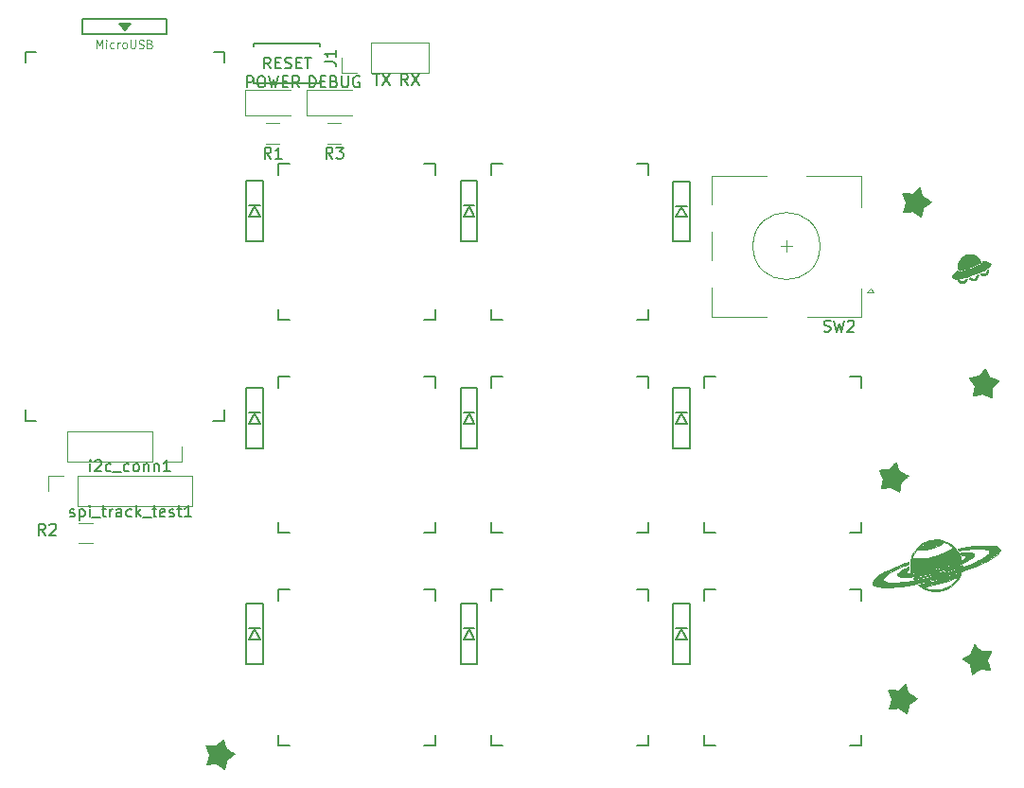
<source format=gto>
G04 #@! TF.GenerationSoftware,KiCad,Pcbnew,(5.1.6)-1*
G04 #@! TF.CreationDate,2022-01-01T16:18:36+09:00*
G04 #@! TF.ProjectId,kp1,6b70312e-6b69-4636-9164-5f7063625858,rev?*
G04 #@! TF.SameCoordinates,Original*
G04 #@! TF.FileFunction,Legend,Top*
G04 #@! TF.FilePolarity,Positive*
%FSLAX46Y46*%
G04 Gerber Fmt 4.6, Leading zero omitted, Abs format (unit mm)*
G04 Created by KiCad (PCBNEW (5.1.6)-1) date 2022-01-01 16:18:36*
%MOMM*%
%LPD*%
G01*
G04 APERTURE LIST*
%ADD10C,0.150000*%
%ADD11C,0.120000*%
%ADD12C,0.010000*%
%ADD13R,2.200000X2.200000*%
%ADD14C,2.200000*%
%ADD15R,3.200000X2.700000*%
%ADD16C,1.901800*%
%ADD17C,3.200000*%
%ADD18C,3.629000*%
%ADD19C,1.190600*%
%ADD20O,1.900000X1.900000*%
%ADD21R,1.900000X1.900000*%
%ADD22R,1.150000X1.500000*%
%ADD23C,1.597000*%
%ADD24R,1.597000X1.597000*%
%ADD25C,2.400000*%
G04 APERTURE END LIST*
D10*
X85833333Y-80202380D02*
X85500000Y-79726190D01*
X85261904Y-80202380D02*
X85261904Y-79202380D01*
X85642857Y-79202380D01*
X85738095Y-79250000D01*
X85785714Y-79297619D01*
X85833333Y-79392857D01*
X85833333Y-79535714D01*
X85785714Y-79630952D01*
X85738095Y-79678571D01*
X85642857Y-79726190D01*
X85261904Y-79726190D01*
X86166666Y-79202380D02*
X86833333Y-80202380D01*
X86833333Y-79202380D02*
X86166666Y-80202380D01*
X82738095Y-79202380D02*
X83309523Y-79202380D01*
X83023809Y-80202380D02*
X83023809Y-79202380D01*
X83547619Y-79202380D02*
X84214285Y-80202380D01*
X84214285Y-79202380D02*
X83547619Y-80202380D01*
D11*
X122700000Y-94600000D02*
G75*
G03*
X122700000Y-94600000I-3000000J0D01*
G01*
X117900000Y-100900000D02*
X113000000Y-100900000D01*
X113000000Y-88300000D02*
X117900000Y-88300000D01*
X121500000Y-88300000D02*
X126400000Y-88300000D01*
X126400000Y-88300000D02*
X126400000Y-91100000D01*
X121600000Y-100900000D02*
X126400000Y-100900000D01*
X126400000Y-100900000D02*
X126400000Y-98400000D01*
X127200000Y-98400000D02*
X127500000Y-98700000D01*
X127500000Y-98700000D02*
X126900000Y-98700000D01*
X126900000Y-98700000D02*
X127200000Y-98400000D01*
X113000000Y-100900000D02*
X113000000Y-98300000D01*
X113000000Y-95900000D02*
X113000000Y-93300000D01*
X113000000Y-90900000D02*
X113000000Y-88300000D01*
X119700000Y-95100000D02*
X119700000Y-94100000D01*
X120200000Y-94600000D02*
X119200000Y-94600000D01*
D10*
X107320000Y-87220000D02*
X106320000Y-87220000D01*
X107320000Y-87220000D02*
X107320000Y-88220000D01*
X106320000Y-101220000D02*
X107320000Y-101220000D01*
X107320000Y-101220000D02*
X106320000Y-101220000D01*
X107320000Y-100220000D02*
X107320000Y-101220000D01*
X93320000Y-101220000D02*
X93320000Y-100220000D01*
X94320000Y-87220000D02*
X93320000Y-87220000D01*
X93320000Y-101220000D02*
X94320000Y-101220000D01*
X93320000Y-88220000D02*
X93320000Y-87220000D01*
D12*
G36*
X137488482Y-105572630D02*
G01*
X137512797Y-105615650D01*
X137548067Y-105680512D01*
X137592053Y-105763064D01*
X137642519Y-105859152D01*
X137686960Y-105944729D01*
X137883224Y-106324537D01*
X138288984Y-106482280D01*
X138398912Y-106525359D01*
X138498003Y-106564845D01*
X138581994Y-106598988D01*
X138646624Y-106626037D01*
X138687632Y-106644239D01*
X138700790Y-106651538D01*
X138690989Y-106666157D01*
X138660246Y-106701223D01*
X138611717Y-106753387D01*
X138548559Y-106819300D01*
X138473929Y-106895615D01*
X138408871Y-106961122D01*
X138326232Y-107044201D01*
X138251370Y-107120241D01*
X138187704Y-107185707D01*
X138138650Y-107237065D01*
X138107627Y-107270780D01*
X138098219Y-107282415D01*
X138092862Y-107307006D01*
X138086822Y-107358672D01*
X138080728Y-107430648D01*
X138075208Y-107516168D01*
X138073507Y-107548480D01*
X138065204Y-107713666D01*
X138058152Y-107847915D01*
X138052142Y-107954125D01*
X138046967Y-108035196D01*
X138042419Y-108094025D01*
X138038292Y-108133510D01*
X138034379Y-108156552D01*
X138030472Y-108166046D01*
X138029307Y-108166680D01*
X138008719Y-108160461D01*
X137970296Y-108142417D01*
X137951653Y-108132552D01*
X137916600Y-108114077D01*
X137856933Y-108083362D01*
X137778334Y-108043302D01*
X137686486Y-107996790D01*
X137587071Y-107946721D01*
X137563065Y-107934671D01*
X137240652Y-107772940D01*
X136872811Y-107871897D01*
X136762502Y-107901329D01*
X136659755Y-107928292D01*
X136570266Y-107951324D01*
X136499729Y-107968969D01*
X136453838Y-107979767D01*
X136443474Y-107981875D01*
X136381977Y-107992896D01*
X136447822Y-107555829D01*
X136513667Y-107118761D01*
X136280191Y-106757309D01*
X136216517Y-106658285D01*
X136159232Y-106568335D01*
X136110834Y-106491453D01*
X136073823Y-106431635D01*
X136050697Y-106392877D01*
X136043838Y-106379544D01*
X136059370Y-106371573D01*
X136107154Y-106359702D01*
X136185833Y-106344194D01*
X136294048Y-106325310D01*
X136430440Y-106303315D01*
X136473960Y-106296562D01*
X136906959Y-106229892D01*
X137185490Y-105888090D01*
X137260670Y-105796776D01*
X137329175Y-105715368D01*
X137388061Y-105647219D01*
X137434385Y-105595684D01*
X137465202Y-105564114D01*
X137477357Y-105555604D01*
X137488482Y-105572630D01*
G37*
X137488482Y-105572630D02*
X137512797Y-105615650D01*
X137548067Y-105680512D01*
X137592053Y-105763064D01*
X137642519Y-105859152D01*
X137686960Y-105944729D01*
X137883224Y-106324537D01*
X138288984Y-106482280D01*
X138398912Y-106525359D01*
X138498003Y-106564845D01*
X138581994Y-106598988D01*
X138646624Y-106626037D01*
X138687632Y-106644239D01*
X138700790Y-106651538D01*
X138690989Y-106666157D01*
X138660246Y-106701223D01*
X138611717Y-106753387D01*
X138548559Y-106819300D01*
X138473929Y-106895615D01*
X138408871Y-106961122D01*
X138326232Y-107044201D01*
X138251370Y-107120241D01*
X138187704Y-107185707D01*
X138138650Y-107237065D01*
X138107627Y-107270780D01*
X138098219Y-107282415D01*
X138092862Y-107307006D01*
X138086822Y-107358672D01*
X138080728Y-107430648D01*
X138075208Y-107516168D01*
X138073507Y-107548480D01*
X138065204Y-107713666D01*
X138058152Y-107847915D01*
X138052142Y-107954125D01*
X138046967Y-108035196D01*
X138042419Y-108094025D01*
X138038292Y-108133510D01*
X138034379Y-108156552D01*
X138030472Y-108166046D01*
X138029307Y-108166680D01*
X138008719Y-108160461D01*
X137970296Y-108142417D01*
X137951653Y-108132552D01*
X137916600Y-108114077D01*
X137856933Y-108083362D01*
X137778334Y-108043302D01*
X137686486Y-107996790D01*
X137587071Y-107946721D01*
X137563065Y-107934671D01*
X137240652Y-107772940D01*
X136872811Y-107871897D01*
X136762502Y-107901329D01*
X136659755Y-107928292D01*
X136570266Y-107951324D01*
X136499729Y-107968969D01*
X136453838Y-107979767D01*
X136443474Y-107981875D01*
X136381977Y-107992896D01*
X136447822Y-107555829D01*
X136513667Y-107118761D01*
X136280191Y-106757309D01*
X136216517Y-106658285D01*
X136159232Y-106568335D01*
X136110834Y-106491453D01*
X136073823Y-106431635D01*
X136050697Y-106392877D01*
X136043838Y-106379544D01*
X136059370Y-106371573D01*
X136107154Y-106359702D01*
X136185833Y-106344194D01*
X136294048Y-106325310D01*
X136430440Y-106303315D01*
X136473960Y-106296562D01*
X136906959Y-106229892D01*
X137185490Y-105888090D01*
X137260670Y-105796776D01*
X137329175Y-105715368D01*
X137388061Y-105647219D01*
X137434385Y-105595684D01*
X137465202Y-105564114D01*
X137477357Y-105555604D01*
X137488482Y-105572630D01*
G36*
X69309750Y-138768486D02*
G01*
X69326225Y-138815075D01*
X69349696Y-138885076D01*
X69378679Y-138974012D01*
X69411693Y-139077403D01*
X69440598Y-139169397D01*
X69567928Y-139577516D01*
X69940131Y-139803322D01*
X70040909Y-139864835D01*
X70131638Y-139920929D01*
X70208424Y-139969138D01*
X70267375Y-140006999D01*
X70304599Y-140032045D01*
X70316290Y-140041518D01*
X70304099Y-140054213D01*
X70267734Y-140083408D01*
X70210884Y-140126352D01*
X70137240Y-140180297D01*
X70050492Y-140242493D01*
X69975047Y-140295708D01*
X69879237Y-140363174D01*
X69792308Y-140425059D01*
X69718241Y-140478475D01*
X69661014Y-140520535D01*
X69624608Y-140548351D01*
X69613323Y-140558175D01*
X69603777Y-140581462D01*
X69588857Y-140631295D01*
X69570357Y-140701119D01*
X69550070Y-140784381D01*
X69542784Y-140815907D01*
X69505923Y-140977141D01*
X69475666Y-141108126D01*
X69451304Y-141211679D01*
X69432130Y-141290620D01*
X69417436Y-141347765D01*
X69406515Y-141385934D01*
X69398660Y-141407946D01*
X69393164Y-141416618D01*
X69391906Y-141417040D01*
X69372711Y-141407340D01*
X69338005Y-141382898D01*
X69321358Y-141369946D01*
X69290046Y-141345665D01*
X69236619Y-141305055D01*
X69166171Y-141251955D01*
X69083795Y-141190201D01*
X68994585Y-141123629D01*
X68973036Y-141107593D01*
X68683605Y-140892333D01*
X68304169Y-140925912D01*
X68190425Y-140935742D01*
X68084557Y-140944453D01*
X67992428Y-140951596D01*
X67919898Y-140956724D01*
X67872830Y-140959389D01*
X67862257Y-140959665D01*
X67799780Y-140959840D01*
X67940521Y-140540847D01*
X68081262Y-140121853D01*
X67914098Y-139725349D01*
X67868587Y-139616773D01*
X67827792Y-139518242D01*
X67793479Y-139434124D01*
X67767418Y-139368788D01*
X67751374Y-139326603D01*
X67746934Y-139312281D01*
X67763614Y-139307128D01*
X67812734Y-139303735D01*
X67892910Y-139302125D01*
X68002760Y-139302320D01*
X68140900Y-139304343D01*
X68184931Y-139305250D01*
X68622929Y-139314782D01*
X68956582Y-139026539D01*
X69046476Y-138949667D01*
X69128077Y-138881392D01*
X69197902Y-138824504D01*
X69252471Y-138781796D01*
X69288302Y-138756057D01*
X69301750Y-138749787D01*
X69309750Y-138768486D01*
G37*
X69309750Y-138768486D02*
X69326225Y-138815075D01*
X69349696Y-138885076D01*
X69378679Y-138974012D01*
X69411693Y-139077403D01*
X69440598Y-139169397D01*
X69567928Y-139577516D01*
X69940131Y-139803322D01*
X70040909Y-139864835D01*
X70131638Y-139920929D01*
X70208424Y-139969138D01*
X70267375Y-140006999D01*
X70304599Y-140032045D01*
X70316290Y-140041518D01*
X70304099Y-140054213D01*
X70267734Y-140083408D01*
X70210884Y-140126352D01*
X70137240Y-140180297D01*
X70050492Y-140242493D01*
X69975047Y-140295708D01*
X69879237Y-140363174D01*
X69792308Y-140425059D01*
X69718241Y-140478475D01*
X69661014Y-140520535D01*
X69624608Y-140548351D01*
X69613323Y-140558175D01*
X69603777Y-140581462D01*
X69588857Y-140631295D01*
X69570357Y-140701119D01*
X69550070Y-140784381D01*
X69542784Y-140815907D01*
X69505923Y-140977141D01*
X69475666Y-141108126D01*
X69451304Y-141211679D01*
X69432130Y-141290620D01*
X69417436Y-141347765D01*
X69406515Y-141385934D01*
X69398660Y-141407946D01*
X69393164Y-141416618D01*
X69391906Y-141417040D01*
X69372711Y-141407340D01*
X69338005Y-141382898D01*
X69321358Y-141369946D01*
X69290046Y-141345665D01*
X69236619Y-141305055D01*
X69166171Y-141251955D01*
X69083795Y-141190201D01*
X68994585Y-141123629D01*
X68973036Y-141107593D01*
X68683605Y-140892333D01*
X68304169Y-140925912D01*
X68190425Y-140935742D01*
X68084557Y-140944453D01*
X67992428Y-140951596D01*
X67919898Y-140956724D01*
X67872830Y-140959389D01*
X67862257Y-140959665D01*
X67799780Y-140959840D01*
X67940521Y-140540847D01*
X68081262Y-140121853D01*
X67914098Y-139725349D01*
X67868587Y-139616773D01*
X67827792Y-139518242D01*
X67793479Y-139434124D01*
X67767418Y-139368788D01*
X67751374Y-139326603D01*
X67746934Y-139312281D01*
X67763614Y-139307128D01*
X67812734Y-139303735D01*
X67892910Y-139302125D01*
X68002760Y-139302320D01*
X68140900Y-139304343D01*
X68184931Y-139305250D01*
X68622929Y-139314782D01*
X68956582Y-139026539D01*
X69046476Y-138949667D01*
X69128077Y-138881392D01*
X69197902Y-138824504D01*
X69252471Y-138781796D01*
X69288302Y-138756057D01*
X69301750Y-138749787D01*
X69309750Y-138768486D01*
D11*
X79852064Y-83590000D02*
X78647936Y-83590000D01*
X79852064Y-85410000D02*
X78647936Y-85410000D01*
X79920000Y-79080000D02*
X79920000Y-77750000D01*
X81250000Y-79080000D02*
X79920000Y-79080000D01*
X82520000Y-79080000D02*
X82520000Y-76420000D01*
X82520000Y-76420000D02*
X87660000Y-76420000D01*
X82520000Y-79080000D02*
X87660000Y-79080000D01*
X87660000Y-79080000D02*
X87660000Y-76420000D01*
X76790000Y-82885000D02*
X80850000Y-82885000D01*
X76790000Y-80615000D02*
X76790000Y-82885000D01*
X80850000Y-80615000D02*
X76790000Y-80615000D01*
D10*
X109580000Y-94200000D02*
X111080000Y-94200000D01*
X109580000Y-88800000D02*
X109580000Y-94200000D01*
X111080000Y-88800000D02*
X109580000Y-88800000D01*
X111080000Y-94200000D02*
X111080000Y-88800000D01*
X110830000Y-91000000D02*
X109830000Y-91000000D01*
X109830000Y-92000000D02*
X110330000Y-91100000D01*
X110830000Y-92000000D02*
X109830000Y-92000000D01*
X110330000Y-91100000D02*
X110830000Y-92000000D01*
D12*
G36*
X135819655Y-95366423D02*
G01*
X136001349Y-95336825D01*
X136193273Y-95338673D01*
X136222000Y-95341650D01*
X136389292Y-95377292D01*
X136552450Y-95443051D01*
X136705829Y-95535213D01*
X136843780Y-95650065D01*
X136960657Y-95783889D01*
X137012326Y-95861573D01*
X137045923Y-95919277D01*
X137064368Y-95957370D01*
X137070565Y-95984889D01*
X137067420Y-96010874D01*
X137064186Y-96022899D01*
X137055666Y-96044823D01*
X137041049Y-96065215D01*
X137016521Y-96086331D01*
X136978268Y-96110429D01*
X136922475Y-96139768D01*
X136845328Y-96176602D01*
X136743013Y-96223192D01*
X136672257Y-96254849D01*
X136557673Y-96303652D01*
X136418667Y-96359225D01*
X136263268Y-96418654D01*
X136099506Y-96479025D01*
X135935411Y-96537424D01*
X135779012Y-96590938D01*
X135638340Y-96636653D01*
X135531427Y-96668831D01*
X135411782Y-96702236D01*
X135319820Y-96726111D01*
X135250934Y-96741149D01*
X135200517Y-96748041D01*
X135163962Y-96747477D01*
X135136667Y-96740151D01*
X135119570Y-96730681D01*
X135096973Y-96713209D01*
X135081986Y-96692084D01*
X135071024Y-96658515D01*
X135060500Y-96603712D01*
X135055594Y-96573765D01*
X135043762Y-96405008D01*
X135059264Y-96229416D01*
X135100544Y-96057833D01*
X135146428Y-95940557D01*
X135241916Y-95773249D01*
X135359319Y-95630881D01*
X135496303Y-95514753D01*
X135650527Y-95426167D01*
X135819655Y-95366423D01*
G37*
X135819655Y-95366423D02*
X136001349Y-95336825D01*
X136193273Y-95338673D01*
X136222000Y-95341650D01*
X136389292Y-95377292D01*
X136552450Y-95443051D01*
X136705829Y-95535213D01*
X136843780Y-95650065D01*
X136960657Y-95783889D01*
X137012326Y-95861573D01*
X137045923Y-95919277D01*
X137064368Y-95957370D01*
X137070565Y-95984889D01*
X137067420Y-96010874D01*
X137064186Y-96022899D01*
X137055666Y-96044823D01*
X137041049Y-96065215D01*
X137016521Y-96086331D01*
X136978268Y-96110429D01*
X136922475Y-96139768D01*
X136845328Y-96176602D01*
X136743013Y-96223192D01*
X136672257Y-96254849D01*
X136557673Y-96303652D01*
X136418667Y-96359225D01*
X136263268Y-96418654D01*
X136099506Y-96479025D01*
X135935411Y-96537424D01*
X135779012Y-96590938D01*
X135638340Y-96636653D01*
X135531427Y-96668831D01*
X135411782Y-96702236D01*
X135319820Y-96726111D01*
X135250934Y-96741149D01*
X135200517Y-96748041D01*
X135163962Y-96747477D01*
X135136667Y-96740151D01*
X135119570Y-96730681D01*
X135096973Y-96713209D01*
X135081986Y-96692084D01*
X135071024Y-96658515D01*
X135060500Y-96603712D01*
X135055594Y-96573765D01*
X135043762Y-96405008D01*
X135059264Y-96229416D01*
X135100544Y-96057833D01*
X135146428Y-95940557D01*
X135241916Y-95773249D01*
X135359319Y-95630881D01*
X135496303Y-95514753D01*
X135650527Y-95426167D01*
X135819655Y-95366423D01*
G36*
X134979020Y-96808973D02*
G01*
X134987398Y-96815542D01*
X135028612Y-96847160D01*
X135089299Y-96871468D01*
X135155154Y-96883618D01*
X135187719Y-96883428D01*
X135265583Y-96871069D01*
X135371325Y-96846623D01*
X135501588Y-96811094D01*
X135653016Y-96765485D01*
X135822254Y-96710801D01*
X136005946Y-96648046D01*
X136169363Y-96589684D01*
X136361613Y-96518142D01*
X136540311Y-96448539D01*
X136702243Y-96382263D01*
X136844190Y-96320702D01*
X136962936Y-96265244D01*
X137055266Y-96217277D01*
X137110160Y-96183716D01*
X137155888Y-96140644D01*
X137194062Y-96084634D01*
X137216839Y-96028595D01*
X137219978Y-96002949D01*
X137224984Y-95989080D01*
X137245471Y-95981167D01*
X137288229Y-95977683D01*
X137335138Y-95977064D01*
X137498110Y-95983122D01*
X137639965Y-96001297D01*
X137758286Y-96030830D01*
X137850656Y-96070956D01*
X137914657Y-96120910D01*
X137944564Y-96169467D01*
X137947275Y-96224989D01*
X137920953Y-96291516D01*
X137867616Y-96366532D01*
X137789282Y-96447526D01*
X137687969Y-96531982D01*
X137606577Y-96590382D01*
X137459112Y-96682560D01*
X137283493Y-96779065D01*
X137084803Y-96877714D01*
X136868122Y-96976329D01*
X136638534Y-97072727D01*
X136401119Y-97164728D01*
X136160960Y-97250150D01*
X135923139Y-97326813D01*
X135818256Y-97357867D01*
X135606571Y-97414313D01*
X135403255Y-97459981D01*
X135213008Y-97494114D01*
X135040534Y-97515954D01*
X134890536Y-97524742D01*
X134796586Y-97522385D01*
X134712769Y-97509333D01*
X134637195Y-97484961D01*
X134577866Y-97452803D01*
X134542789Y-97416392D01*
X134539369Y-97408857D01*
X134531885Y-97340000D01*
X134553584Y-97258656D01*
X134603107Y-97166963D01*
X134679091Y-97067061D01*
X134780175Y-96961088D01*
X134882541Y-96869736D01*
X134931186Y-96830598D01*
X134961286Y-96811408D01*
X134979020Y-96808973D01*
G37*
X134979020Y-96808973D02*
X134987398Y-96815542D01*
X135028612Y-96847160D01*
X135089299Y-96871468D01*
X135155154Y-96883618D01*
X135187719Y-96883428D01*
X135265583Y-96871069D01*
X135371325Y-96846623D01*
X135501588Y-96811094D01*
X135653016Y-96765485D01*
X135822254Y-96710801D01*
X136005946Y-96648046D01*
X136169363Y-96589684D01*
X136361613Y-96518142D01*
X136540311Y-96448539D01*
X136702243Y-96382263D01*
X136844190Y-96320702D01*
X136962936Y-96265244D01*
X137055266Y-96217277D01*
X137110160Y-96183716D01*
X137155888Y-96140644D01*
X137194062Y-96084634D01*
X137216839Y-96028595D01*
X137219978Y-96002949D01*
X137224984Y-95989080D01*
X137245471Y-95981167D01*
X137288229Y-95977683D01*
X137335138Y-95977064D01*
X137498110Y-95983122D01*
X137639965Y-96001297D01*
X137758286Y-96030830D01*
X137850656Y-96070956D01*
X137914657Y-96120910D01*
X137944564Y-96169467D01*
X137947275Y-96224989D01*
X137920953Y-96291516D01*
X137867616Y-96366532D01*
X137789282Y-96447526D01*
X137687969Y-96531982D01*
X137606577Y-96590382D01*
X137459112Y-96682560D01*
X137283493Y-96779065D01*
X137084803Y-96877714D01*
X136868122Y-96976329D01*
X136638534Y-97072727D01*
X136401119Y-97164728D01*
X136160960Y-97250150D01*
X135923139Y-97326813D01*
X135818256Y-97357867D01*
X135606571Y-97414313D01*
X135403255Y-97459981D01*
X135213008Y-97494114D01*
X135040534Y-97515954D01*
X134890536Y-97524742D01*
X134796586Y-97522385D01*
X134712769Y-97509333D01*
X134637195Y-97484961D01*
X134577866Y-97452803D01*
X134542789Y-97416392D01*
X134539369Y-97408857D01*
X134531885Y-97340000D01*
X134553584Y-97258656D01*
X134603107Y-97166963D01*
X134679091Y-97067061D01*
X134780175Y-96961088D01*
X134882541Y-96869736D01*
X134931186Y-96830598D01*
X134961286Y-96811408D01*
X134979020Y-96808973D01*
G36*
X137762724Y-96683537D02*
G01*
X137771135Y-96716821D01*
X137772385Y-96767493D01*
X137766606Y-96827729D01*
X137753927Y-96889701D01*
X137742860Y-96925015D01*
X137691898Y-97019236D01*
X137616467Y-97100882D01*
X137524162Y-97164583D01*
X137422574Y-97204967D01*
X137330170Y-97216947D01*
X137233317Y-97204728D01*
X137136823Y-97173212D01*
X137073200Y-97138627D01*
X137031282Y-97105397D01*
X137020662Y-97081182D01*
X137041936Y-97060697D01*
X137084028Y-97042821D01*
X137148133Y-97027275D01*
X137204731Y-97033919D01*
X137218411Y-97038480D01*
X137312504Y-97056869D01*
X137403502Y-97045858D01*
X137485262Y-97008803D01*
X137551639Y-96949064D01*
X137596486Y-96870001D01*
X137608772Y-96825061D01*
X137636570Y-96760864D01*
X137689694Y-96706520D01*
X137747022Y-96675471D01*
X137762724Y-96683537D01*
G37*
X137762724Y-96683537D02*
X137771135Y-96716821D01*
X137772385Y-96767493D01*
X137766606Y-96827729D01*
X137753927Y-96889701D01*
X137742860Y-96925015D01*
X137691898Y-97019236D01*
X137616467Y-97100882D01*
X137524162Y-97164583D01*
X137422574Y-97204967D01*
X137330170Y-97216947D01*
X137233317Y-97204728D01*
X137136823Y-97173212D01*
X137073200Y-97138627D01*
X137031282Y-97105397D01*
X137020662Y-97081182D01*
X137041936Y-97060697D01*
X137084028Y-97042821D01*
X137148133Y-97027275D01*
X137204731Y-97033919D01*
X137218411Y-97038480D01*
X137312504Y-97056869D01*
X137403502Y-97045858D01*
X137485262Y-97008803D01*
X137551639Y-96949064D01*
X137596486Y-96870001D01*
X137608772Y-96825061D01*
X137636570Y-96760864D01*
X137689694Y-96706520D01*
X137747022Y-96675471D01*
X137762724Y-96683537D01*
G36*
X135061317Y-97661094D02*
G01*
X135072572Y-97659108D01*
X135121872Y-97655928D01*
X135167445Y-97666982D01*
X135220559Y-97695955D01*
X135253436Y-97718294D01*
X135310720Y-97743534D01*
X135384283Y-97756179D01*
X135458335Y-97754528D01*
X135499596Y-97744856D01*
X135548718Y-97717408D01*
X135600765Y-97674187D01*
X135644165Y-97626054D01*
X135665787Y-97588904D01*
X135686207Y-97564118D01*
X135723720Y-97539956D01*
X135768037Y-97520571D01*
X135808879Y-97510114D01*
X135835960Y-97512738D01*
X135840612Y-97518311D01*
X135839851Y-97553334D01*
X135823741Y-97606231D01*
X135796468Y-97667208D01*
X135762213Y-97726473D01*
X135737009Y-97760868D01*
X135671545Y-97820101D01*
X135586185Y-97870059D01*
X135493859Y-97904637D01*
X135407501Y-97917729D01*
X135404803Y-97917723D01*
X135307201Y-97905339D01*
X135210094Y-97873356D01*
X135147327Y-97839055D01*
X135111402Y-97809710D01*
X135072024Y-97770867D01*
X135036372Y-97730618D01*
X135011627Y-97697060D01*
X135004877Y-97678467D01*
X135022600Y-97670267D01*
X135061317Y-97661094D01*
G37*
X135061317Y-97661094D02*
X135072572Y-97659108D01*
X135121872Y-97655928D01*
X135167445Y-97666982D01*
X135220559Y-97695955D01*
X135253436Y-97718294D01*
X135310720Y-97743534D01*
X135384283Y-97756179D01*
X135458335Y-97754528D01*
X135499596Y-97744856D01*
X135548718Y-97717408D01*
X135600765Y-97674187D01*
X135644165Y-97626054D01*
X135665787Y-97588904D01*
X135686207Y-97564118D01*
X135723720Y-97539956D01*
X135768037Y-97520571D01*
X135808879Y-97510114D01*
X135835960Y-97512738D01*
X135840612Y-97518311D01*
X135839851Y-97553334D01*
X135823741Y-97606231D01*
X135796468Y-97667208D01*
X135762213Y-97726473D01*
X135737009Y-97760868D01*
X135671545Y-97820101D01*
X135586185Y-97870059D01*
X135493859Y-97904637D01*
X135407501Y-97917729D01*
X135404803Y-97917723D01*
X135307201Y-97905339D01*
X135210094Y-97873356D01*
X135147327Y-97839055D01*
X135111402Y-97809710D01*
X135072024Y-97770867D01*
X135036372Y-97730618D01*
X135011627Y-97697060D01*
X135004877Y-97678467D01*
X135022600Y-97670267D01*
X135061317Y-97661094D01*
G36*
X136816079Y-97160925D02*
G01*
X136840989Y-97164386D01*
X136850623Y-97190651D01*
X136850571Y-97244961D01*
X136850342Y-97250090D01*
X136834871Y-97332569D01*
X136799454Y-97422124D01*
X136750420Y-97504465D01*
X136722542Y-97538714D01*
X136671232Y-97581178D01*
X136601901Y-97622023D01*
X136527296Y-97655064D01*
X136460166Y-97674118D01*
X136438647Y-97676426D01*
X136329126Y-97666647D01*
X136221426Y-97633334D01*
X136126533Y-97580775D01*
X136072202Y-97533309D01*
X136035457Y-97490348D01*
X136024093Y-97463191D01*
X136039023Y-97444232D01*
X136081161Y-97425863D01*
X136085266Y-97424361D01*
X136132848Y-97410153D01*
X136164236Y-97412445D01*
X136193565Y-97432667D01*
X136196852Y-97435661D01*
X136273653Y-97485930D01*
X136362051Y-97511051D01*
X136452761Y-97510200D01*
X136536500Y-97482552D01*
X136560279Y-97467931D01*
X136624015Y-97406377D01*
X136671087Y-97328042D01*
X136692088Y-97255410D01*
X136700807Y-97219305D01*
X136721660Y-97196610D01*
X136764556Y-97177140D01*
X136770304Y-97175027D01*
X136816079Y-97160925D01*
G37*
X136816079Y-97160925D02*
X136840989Y-97164386D01*
X136850623Y-97190651D01*
X136850571Y-97244961D01*
X136850342Y-97250090D01*
X136834871Y-97332569D01*
X136799454Y-97422124D01*
X136750420Y-97504465D01*
X136722542Y-97538714D01*
X136671232Y-97581178D01*
X136601901Y-97622023D01*
X136527296Y-97655064D01*
X136460166Y-97674118D01*
X136438647Y-97676426D01*
X136329126Y-97666647D01*
X136221426Y-97633334D01*
X136126533Y-97580775D01*
X136072202Y-97533309D01*
X136035457Y-97490348D01*
X136024093Y-97463191D01*
X136039023Y-97444232D01*
X136081161Y-97425863D01*
X136085266Y-97424361D01*
X136132848Y-97410153D01*
X136164236Y-97412445D01*
X136193565Y-97432667D01*
X136196852Y-97435661D01*
X136273653Y-97485930D01*
X136362051Y-97511051D01*
X136452761Y-97510200D01*
X136536500Y-97482552D01*
X136560279Y-97467931D01*
X136624015Y-97406377D01*
X136671087Y-97328042D01*
X136692088Y-97255410D01*
X136700807Y-97219305D01*
X136721660Y-97196610D01*
X136764556Y-97177140D01*
X136770304Y-97175027D01*
X136816079Y-97160925D01*
G36*
X130357750Y-133800246D02*
G01*
X130374225Y-133846835D01*
X130397696Y-133916836D01*
X130426679Y-134005772D01*
X130459693Y-134109163D01*
X130488598Y-134201157D01*
X130615928Y-134609276D01*
X130988131Y-134835082D01*
X131088909Y-134896595D01*
X131179638Y-134952689D01*
X131256424Y-135000898D01*
X131315375Y-135038759D01*
X131352599Y-135063805D01*
X131364290Y-135073278D01*
X131352099Y-135085973D01*
X131315734Y-135115168D01*
X131258884Y-135158112D01*
X131185240Y-135212057D01*
X131098492Y-135274253D01*
X131023047Y-135327468D01*
X130927237Y-135394934D01*
X130840308Y-135456819D01*
X130766241Y-135510235D01*
X130709014Y-135552295D01*
X130672608Y-135580111D01*
X130661323Y-135589935D01*
X130651777Y-135613222D01*
X130636857Y-135663055D01*
X130618357Y-135732879D01*
X130598070Y-135816141D01*
X130590784Y-135847667D01*
X130553923Y-136008901D01*
X130523666Y-136139886D01*
X130499304Y-136243439D01*
X130480130Y-136322380D01*
X130465436Y-136379525D01*
X130454515Y-136417694D01*
X130446660Y-136439706D01*
X130441164Y-136448378D01*
X130439906Y-136448800D01*
X130420711Y-136439100D01*
X130386005Y-136414658D01*
X130369358Y-136401706D01*
X130338046Y-136377425D01*
X130284619Y-136336815D01*
X130214171Y-136283715D01*
X130131795Y-136221961D01*
X130042585Y-136155389D01*
X130021036Y-136139353D01*
X129731605Y-135924093D01*
X129352169Y-135957672D01*
X129238425Y-135967502D01*
X129132557Y-135976213D01*
X129040428Y-135983356D01*
X128967898Y-135988484D01*
X128920830Y-135991149D01*
X128910257Y-135991425D01*
X128847780Y-135991600D01*
X128988521Y-135572607D01*
X129129262Y-135153613D01*
X128962098Y-134757109D01*
X128916587Y-134648533D01*
X128875792Y-134550002D01*
X128841479Y-134465884D01*
X128815418Y-134400548D01*
X128799374Y-134358363D01*
X128794934Y-134344041D01*
X128811614Y-134338888D01*
X128860734Y-134335495D01*
X128940910Y-134333885D01*
X129050760Y-134334080D01*
X129188900Y-134336103D01*
X129232931Y-134337010D01*
X129670929Y-134346542D01*
X130004582Y-134058299D01*
X130094476Y-133981427D01*
X130176077Y-133913152D01*
X130245902Y-133856264D01*
X130300471Y-133813556D01*
X130336302Y-133787817D01*
X130349750Y-133781547D01*
X130357750Y-133800246D01*
G37*
X130357750Y-133800246D02*
X130374225Y-133846835D01*
X130397696Y-133916836D01*
X130426679Y-134005772D01*
X130459693Y-134109163D01*
X130488598Y-134201157D01*
X130615928Y-134609276D01*
X130988131Y-134835082D01*
X131088909Y-134896595D01*
X131179638Y-134952689D01*
X131256424Y-135000898D01*
X131315375Y-135038759D01*
X131352599Y-135063805D01*
X131364290Y-135073278D01*
X131352099Y-135085973D01*
X131315734Y-135115168D01*
X131258884Y-135158112D01*
X131185240Y-135212057D01*
X131098492Y-135274253D01*
X131023047Y-135327468D01*
X130927237Y-135394934D01*
X130840308Y-135456819D01*
X130766241Y-135510235D01*
X130709014Y-135552295D01*
X130672608Y-135580111D01*
X130661323Y-135589935D01*
X130651777Y-135613222D01*
X130636857Y-135663055D01*
X130618357Y-135732879D01*
X130598070Y-135816141D01*
X130590784Y-135847667D01*
X130553923Y-136008901D01*
X130523666Y-136139886D01*
X130499304Y-136243439D01*
X130480130Y-136322380D01*
X130465436Y-136379525D01*
X130454515Y-136417694D01*
X130446660Y-136439706D01*
X130441164Y-136448378D01*
X130439906Y-136448800D01*
X130420711Y-136439100D01*
X130386005Y-136414658D01*
X130369358Y-136401706D01*
X130338046Y-136377425D01*
X130284619Y-136336815D01*
X130214171Y-136283715D01*
X130131795Y-136221961D01*
X130042585Y-136155389D01*
X130021036Y-136139353D01*
X129731605Y-135924093D01*
X129352169Y-135957672D01*
X129238425Y-135967502D01*
X129132557Y-135976213D01*
X129040428Y-135983356D01*
X128967898Y-135988484D01*
X128920830Y-135991149D01*
X128910257Y-135991425D01*
X128847780Y-135991600D01*
X128988521Y-135572607D01*
X129129262Y-135153613D01*
X128962098Y-134757109D01*
X128916587Y-134648533D01*
X128875792Y-134550002D01*
X128841479Y-134465884D01*
X128815418Y-134400548D01*
X128799374Y-134358363D01*
X128794934Y-134344041D01*
X128811614Y-134338888D01*
X128860734Y-134335495D01*
X128940910Y-134333885D01*
X129050760Y-134334080D01*
X129188900Y-134336103D01*
X129232931Y-134337010D01*
X129670929Y-134346542D01*
X130004582Y-134058299D01*
X130094476Y-133981427D01*
X130176077Y-133913152D01*
X130245902Y-133856264D01*
X130300471Y-133813556D01*
X130336302Y-133787817D01*
X130349750Y-133781547D01*
X130357750Y-133800246D01*
G36*
X136510374Y-130267256D02*
G01*
X136547937Y-130299366D01*
X136603264Y-130348253D01*
X136672832Y-130410783D01*
X136753118Y-130483815D01*
X136824148Y-130549031D01*
X137138478Y-130838808D01*
X137573718Y-130848260D01*
X137691751Y-130851143D01*
X137798372Y-130854357D01*
X137888975Y-130857714D01*
X137958958Y-130861028D01*
X138003718Y-130864106D01*
X138018580Y-130866464D01*
X138014369Y-130883554D01*
X137997474Y-130927020D01*
X137969712Y-130992636D01*
X137932907Y-131076175D01*
X137888879Y-131173413D01*
X137850149Y-131257221D01*
X137800909Y-131363553D01*
X137756568Y-131460612D01*
X137719132Y-131543905D01*
X137690602Y-131608943D01*
X137672982Y-131651236D01*
X137668121Y-131665386D01*
X137671497Y-131690326D01*
X137683493Y-131740943D01*
X137702383Y-131810662D01*
X137726445Y-131892913D01*
X137735898Y-131923858D01*
X137784593Y-132081921D01*
X137823882Y-132210486D01*
X137854560Y-132312347D01*
X137877426Y-132390298D01*
X137893273Y-132447134D01*
X137902899Y-132485650D01*
X137907103Y-132508641D01*
X137906679Y-132518899D01*
X137905801Y-132519893D01*
X137884327Y-132521090D01*
X137842050Y-132517276D01*
X137821157Y-132514383D01*
X137781900Y-132509011D01*
X137715326Y-132500555D01*
X137627766Y-132489793D01*
X137525549Y-132477501D01*
X137415005Y-132464452D01*
X137388325Y-132461339D01*
X137030040Y-132419634D01*
X136718229Y-132638433D01*
X136624638Y-132703818D01*
X136537310Y-132764296D01*
X136461095Y-132816546D01*
X136400846Y-132857252D01*
X136361417Y-132883094D01*
X136352398Y-132888619D01*
X136298379Y-132920010D01*
X136210768Y-132486780D01*
X136123156Y-132053551D01*
X135780136Y-131793750D01*
X135686434Y-131722476D01*
X135601839Y-131657543D01*
X135530064Y-131601851D01*
X135474827Y-131558299D01*
X135439840Y-131529788D01*
X135428834Y-131519605D01*
X135440702Y-131506802D01*
X135481545Y-131479304D01*
X135550174Y-131437821D01*
X135645405Y-131383065D01*
X135766049Y-131315747D01*
X135804635Y-131294517D01*
X136188718Y-131083773D01*
X136333548Y-130667321D01*
X136372963Y-130555801D01*
X136409494Y-130455872D01*
X136441520Y-130371693D01*
X136467424Y-130307423D01*
X136485585Y-130267216D01*
X136494097Y-130255062D01*
X136510374Y-130267256D01*
G37*
X136510374Y-130267256D02*
X136547937Y-130299366D01*
X136603264Y-130348253D01*
X136672832Y-130410783D01*
X136753118Y-130483815D01*
X136824148Y-130549031D01*
X137138478Y-130838808D01*
X137573718Y-130848260D01*
X137691751Y-130851143D01*
X137798372Y-130854357D01*
X137888975Y-130857714D01*
X137958958Y-130861028D01*
X138003718Y-130864106D01*
X138018580Y-130866464D01*
X138014369Y-130883554D01*
X137997474Y-130927020D01*
X137969712Y-130992636D01*
X137932907Y-131076175D01*
X137888879Y-131173413D01*
X137850149Y-131257221D01*
X137800909Y-131363553D01*
X137756568Y-131460612D01*
X137719132Y-131543905D01*
X137690602Y-131608943D01*
X137672982Y-131651236D01*
X137668121Y-131665386D01*
X137671497Y-131690326D01*
X137683493Y-131740943D01*
X137702383Y-131810662D01*
X137726445Y-131892913D01*
X137735898Y-131923858D01*
X137784593Y-132081921D01*
X137823882Y-132210486D01*
X137854560Y-132312347D01*
X137877426Y-132390298D01*
X137893273Y-132447134D01*
X137902899Y-132485650D01*
X137907103Y-132508641D01*
X137906679Y-132518899D01*
X137905801Y-132519893D01*
X137884327Y-132521090D01*
X137842050Y-132517276D01*
X137821157Y-132514383D01*
X137781900Y-132509011D01*
X137715326Y-132500555D01*
X137627766Y-132489793D01*
X137525549Y-132477501D01*
X137415005Y-132464452D01*
X137388325Y-132461339D01*
X137030040Y-132419634D01*
X136718229Y-132638433D01*
X136624638Y-132703818D01*
X136537310Y-132764296D01*
X136461095Y-132816546D01*
X136400846Y-132857252D01*
X136361417Y-132883094D01*
X136352398Y-132888619D01*
X136298379Y-132920010D01*
X136210768Y-132486780D01*
X136123156Y-132053551D01*
X135780136Y-131793750D01*
X135686434Y-131722476D01*
X135601839Y-131657543D01*
X135530064Y-131601851D01*
X135474827Y-131558299D01*
X135439840Y-131529788D01*
X135428834Y-131519605D01*
X135440702Y-131506802D01*
X135481545Y-131479304D01*
X135550174Y-131437821D01*
X135645405Y-131383065D01*
X135766049Y-131315747D01*
X135804635Y-131294517D01*
X136188718Y-131083773D01*
X136333548Y-130667321D01*
X136372963Y-130555801D01*
X136409494Y-130455872D01*
X136441520Y-130371693D01*
X136467424Y-130307423D01*
X136485585Y-130267216D01*
X136494097Y-130255062D01*
X136510374Y-130267256D01*
G36*
X131627750Y-89350246D02*
G01*
X131644225Y-89396835D01*
X131667696Y-89466836D01*
X131696679Y-89555772D01*
X131729693Y-89659163D01*
X131758598Y-89751157D01*
X131885928Y-90159276D01*
X132258131Y-90385082D01*
X132358909Y-90446595D01*
X132449638Y-90502689D01*
X132526424Y-90550898D01*
X132585375Y-90588759D01*
X132622599Y-90613805D01*
X132634290Y-90623278D01*
X132622099Y-90635973D01*
X132585734Y-90665168D01*
X132528884Y-90708112D01*
X132455240Y-90762057D01*
X132368492Y-90824253D01*
X132293047Y-90877468D01*
X132197237Y-90944934D01*
X132110308Y-91006819D01*
X132036241Y-91060235D01*
X131979014Y-91102295D01*
X131942608Y-91130111D01*
X131931323Y-91139935D01*
X131921777Y-91163222D01*
X131906857Y-91213055D01*
X131888357Y-91282879D01*
X131868070Y-91366141D01*
X131860784Y-91397667D01*
X131823923Y-91558901D01*
X131793666Y-91689886D01*
X131769304Y-91793439D01*
X131750130Y-91872380D01*
X131735436Y-91929525D01*
X131724515Y-91967694D01*
X131716660Y-91989706D01*
X131711164Y-91998378D01*
X131709906Y-91998800D01*
X131690711Y-91989100D01*
X131656005Y-91964658D01*
X131639358Y-91951706D01*
X131608046Y-91927425D01*
X131554619Y-91886815D01*
X131484171Y-91833715D01*
X131401795Y-91771961D01*
X131312585Y-91705389D01*
X131291036Y-91689353D01*
X131001605Y-91474093D01*
X130622169Y-91507672D01*
X130508425Y-91517502D01*
X130402557Y-91526213D01*
X130310428Y-91533356D01*
X130237898Y-91538484D01*
X130190830Y-91541149D01*
X130180257Y-91541425D01*
X130117780Y-91541600D01*
X130258521Y-91122607D01*
X130399262Y-90703613D01*
X130232098Y-90307109D01*
X130186587Y-90198533D01*
X130145792Y-90100002D01*
X130111479Y-90015884D01*
X130085418Y-89950548D01*
X130069374Y-89908363D01*
X130064934Y-89894041D01*
X130081614Y-89888888D01*
X130130734Y-89885495D01*
X130210910Y-89883885D01*
X130320760Y-89884080D01*
X130458900Y-89886103D01*
X130502931Y-89887010D01*
X130940929Y-89896542D01*
X131274582Y-89608299D01*
X131364476Y-89531427D01*
X131446077Y-89463152D01*
X131515902Y-89406264D01*
X131570471Y-89363556D01*
X131606302Y-89337817D01*
X131619750Y-89331547D01*
X131627750Y-89350246D01*
G37*
X131627750Y-89350246D02*
X131644225Y-89396835D01*
X131667696Y-89466836D01*
X131696679Y-89555772D01*
X131729693Y-89659163D01*
X131758598Y-89751157D01*
X131885928Y-90159276D01*
X132258131Y-90385082D01*
X132358909Y-90446595D01*
X132449638Y-90502689D01*
X132526424Y-90550898D01*
X132585375Y-90588759D01*
X132622599Y-90613805D01*
X132634290Y-90623278D01*
X132622099Y-90635973D01*
X132585734Y-90665168D01*
X132528884Y-90708112D01*
X132455240Y-90762057D01*
X132368492Y-90824253D01*
X132293047Y-90877468D01*
X132197237Y-90944934D01*
X132110308Y-91006819D01*
X132036241Y-91060235D01*
X131979014Y-91102295D01*
X131942608Y-91130111D01*
X131931323Y-91139935D01*
X131921777Y-91163222D01*
X131906857Y-91213055D01*
X131888357Y-91282879D01*
X131868070Y-91366141D01*
X131860784Y-91397667D01*
X131823923Y-91558901D01*
X131793666Y-91689886D01*
X131769304Y-91793439D01*
X131750130Y-91872380D01*
X131735436Y-91929525D01*
X131724515Y-91967694D01*
X131716660Y-91989706D01*
X131711164Y-91998378D01*
X131709906Y-91998800D01*
X131690711Y-91989100D01*
X131656005Y-91964658D01*
X131639358Y-91951706D01*
X131608046Y-91927425D01*
X131554619Y-91886815D01*
X131484171Y-91833715D01*
X131401795Y-91771961D01*
X131312585Y-91705389D01*
X131291036Y-91689353D01*
X131001605Y-91474093D01*
X130622169Y-91507672D01*
X130508425Y-91517502D01*
X130402557Y-91526213D01*
X130310428Y-91533356D01*
X130237898Y-91538484D01*
X130190830Y-91541149D01*
X130180257Y-91541425D01*
X130117780Y-91541600D01*
X130258521Y-91122607D01*
X130399262Y-90703613D01*
X130232098Y-90307109D01*
X130186587Y-90198533D01*
X130145792Y-90100002D01*
X130111479Y-90015884D01*
X130085418Y-89950548D01*
X130069374Y-89908363D01*
X130064934Y-89894041D01*
X130081614Y-89888888D01*
X130130734Y-89885495D01*
X130210910Y-89883885D01*
X130320760Y-89884080D01*
X130458900Y-89886103D01*
X130502931Y-89887010D01*
X130940929Y-89896542D01*
X131274582Y-89608299D01*
X131364476Y-89531427D01*
X131446077Y-89463152D01*
X131515902Y-89406264D01*
X131570471Y-89363556D01*
X131606302Y-89337817D01*
X131619750Y-89331547D01*
X131627750Y-89350246D01*
G36*
X129478850Y-113966302D02*
G01*
X129499323Y-114011278D01*
X129528805Y-114078967D01*
X129565429Y-114165038D01*
X129607329Y-114265159D01*
X129644142Y-114354283D01*
X129806557Y-114749752D01*
X130197024Y-114942259D01*
X130302780Y-114994754D01*
X130398052Y-115042727D01*
X130478748Y-115084061D01*
X130540774Y-115116640D01*
X130580040Y-115138346D01*
X130592512Y-115146764D01*
X130581474Y-115160473D01*
X130547792Y-115192727D01*
X130494901Y-115240462D01*
X130426239Y-115300620D01*
X130345241Y-115370140D01*
X130274721Y-115429728D01*
X130185156Y-115505288D01*
X130103951Y-115574514D01*
X130034822Y-115634182D01*
X129981478Y-115681069D01*
X129947635Y-115711952D01*
X129937249Y-115722723D01*
X129929769Y-115746753D01*
X129919249Y-115797697D01*
X129906905Y-115868867D01*
X129893952Y-115953581D01*
X129889442Y-115985622D01*
X129866773Y-116149455D01*
X129848048Y-116282578D01*
X129832804Y-116387861D01*
X129820583Y-116468172D01*
X129810925Y-116526381D01*
X129803372Y-116565356D01*
X129797466Y-116587969D01*
X129792746Y-116597087D01*
X129791530Y-116597617D01*
X129771563Y-116589627D01*
X129734858Y-116568303D01*
X129717146Y-116556851D01*
X129683837Y-116535391D01*
X129627074Y-116499592D01*
X129552266Y-116452834D01*
X129464821Y-116398495D01*
X129370148Y-116339951D01*
X129347284Y-116325855D01*
X129040193Y-116136639D01*
X128665128Y-116203161D01*
X128552673Y-116222867D01*
X128447967Y-116240771D01*
X128356811Y-116255917D01*
X128285004Y-116267347D01*
X128238348Y-116274104D01*
X128227839Y-116275300D01*
X128165615Y-116280920D01*
X128269303Y-115851255D01*
X128372990Y-115421589D01*
X128171905Y-115041163D01*
X128117104Y-114936967D01*
X128067877Y-114842366D01*
X128026363Y-114761559D01*
X127994707Y-114698743D01*
X127975047Y-114658117D01*
X127969376Y-114644236D01*
X127985543Y-114637649D01*
X128034181Y-114629988D01*
X128113911Y-114621396D01*
X128223360Y-114612016D01*
X128361151Y-114601992D01*
X128405093Y-114599058D01*
X128842255Y-114570380D01*
X129149517Y-114254154D01*
X129232369Y-114169739D01*
X129307709Y-114094612D01*
X129372310Y-114031855D01*
X129422949Y-113984554D01*
X129456400Y-113955790D01*
X129469251Y-113948371D01*
X129478850Y-113966302D01*
G37*
X129478850Y-113966302D02*
X129499323Y-114011278D01*
X129528805Y-114078967D01*
X129565429Y-114165038D01*
X129607329Y-114265159D01*
X129644142Y-114354283D01*
X129806557Y-114749752D01*
X130197024Y-114942259D01*
X130302780Y-114994754D01*
X130398052Y-115042727D01*
X130478748Y-115084061D01*
X130540774Y-115116640D01*
X130580040Y-115138346D01*
X130592512Y-115146764D01*
X130581474Y-115160473D01*
X130547792Y-115192727D01*
X130494901Y-115240462D01*
X130426239Y-115300620D01*
X130345241Y-115370140D01*
X130274721Y-115429728D01*
X130185156Y-115505288D01*
X130103951Y-115574514D01*
X130034822Y-115634182D01*
X129981478Y-115681069D01*
X129947635Y-115711952D01*
X129937249Y-115722723D01*
X129929769Y-115746753D01*
X129919249Y-115797697D01*
X129906905Y-115868867D01*
X129893952Y-115953581D01*
X129889442Y-115985622D01*
X129866773Y-116149455D01*
X129848048Y-116282578D01*
X129832804Y-116387861D01*
X129820583Y-116468172D01*
X129810925Y-116526381D01*
X129803372Y-116565356D01*
X129797466Y-116587969D01*
X129792746Y-116597087D01*
X129791530Y-116597617D01*
X129771563Y-116589627D01*
X129734858Y-116568303D01*
X129717146Y-116556851D01*
X129683837Y-116535391D01*
X129627074Y-116499592D01*
X129552266Y-116452834D01*
X129464821Y-116398495D01*
X129370148Y-116339951D01*
X129347284Y-116325855D01*
X129040193Y-116136639D01*
X128665128Y-116203161D01*
X128552673Y-116222867D01*
X128447967Y-116240771D01*
X128356811Y-116255917D01*
X128285004Y-116267347D01*
X128238348Y-116274104D01*
X128227839Y-116275300D01*
X128165615Y-116280920D01*
X128269303Y-115851255D01*
X128372990Y-115421589D01*
X128171905Y-115041163D01*
X128117104Y-114936967D01*
X128067877Y-114842366D01*
X128026363Y-114761559D01*
X127994707Y-114698743D01*
X127975047Y-114658117D01*
X127969376Y-114644236D01*
X127985543Y-114637649D01*
X128034181Y-114629988D01*
X128113911Y-114621396D01*
X128223360Y-114612016D01*
X128361151Y-114601992D01*
X128405093Y-114599058D01*
X128842255Y-114570380D01*
X129149517Y-114254154D01*
X129232369Y-114169739D01*
X129307709Y-114094612D01*
X129372310Y-114031855D01*
X129422949Y-113984554D01*
X129456400Y-113955790D01*
X129469251Y-113948371D01*
X129478850Y-113966302D01*
G36*
X133498512Y-121084123D02*
G01*
X133595897Y-121104468D01*
X133669220Y-121122585D01*
X133702904Y-121134618D01*
X133703076Y-121134780D01*
X133692542Y-121159645D01*
X133639962Y-121203833D01*
X133553981Y-121261846D01*
X133443251Y-121328189D01*
X133316417Y-121397365D01*
X133193981Y-121458296D01*
X132867262Y-121588961D01*
X132514138Y-121687341D01*
X132157155Y-121747875D01*
X131956801Y-121763469D01*
X131820483Y-121766919D01*
X131697347Y-121766341D01*
X131603005Y-121762018D01*
X131559974Y-121756352D01*
X131477392Y-121736555D01*
X131625877Y-121603083D01*
X131890924Y-121401833D01*
X132186740Y-121243278D01*
X132504528Y-121129856D01*
X132835496Y-121064004D01*
X133170846Y-121048159D01*
X133498512Y-121084123D01*
G37*
X133498512Y-121084123D02*
X133595897Y-121104468D01*
X133669220Y-121122585D01*
X133702904Y-121134618D01*
X133703076Y-121134780D01*
X133692542Y-121159645D01*
X133639962Y-121203833D01*
X133553981Y-121261846D01*
X133443251Y-121328189D01*
X133316417Y-121397365D01*
X133193981Y-121458296D01*
X132867262Y-121588961D01*
X132514138Y-121687341D01*
X132157155Y-121747875D01*
X131956801Y-121763469D01*
X131820483Y-121766919D01*
X131697347Y-121766341D01*
X131603005Y-121762018D01*
X131559974Y-121756352D01*
X131477392Y-121736555D01*
X131625877Y-121603083D01*
X131890924Y-121401833D01*
X132186740Y-121243278D01*
X132504528Y-121129856D01*
X132835496Y-121064004D01*
X133170846Y-121048159D01*
X133498512Y-121084123D01*
G36*
X133302003Y-120876980D02*
G01*
X133555015Y-120912490D01*
X133627829Y-120929391D01*
X133983335Y-121048143D01*
X134303733Y-121210918D01*
X134588719Y-121417522D01*
X134837987Y-121667761D01*
X134893023Y-121735001D01*
X134980401Y-121857751D01*
X135070597Y-122004519D01*
X135156281Y-122161169D01*
X135230123Y-122313567D01*
X135284794Y-122447577D01*
X135311924Y-122542847D01*
X135319319Y-122597880D01*
X135310537Y-122635556D01*
X135275572Y-122668735D01*
X135204422Y-122710276D01*
X135165462Y-122731118D01*
X134885743Y-122866970D01*
X134559101Y-123003379D01*
X134194972Y-123137772D01*
X133802790Y-123267579D01*
X133391991Y-123390226D01*
X132972010Y-123503142D01*
X132552281Y-123603755D01*
X132142240Y-123689493D01*
X131751322Y-123757784D01*
X131388961Y-123806056D01*
X131143698Y-123827443D01*
X130842396Y-123846534D01*
X130806994Y-123722878D01*
X130788414Y-123620339D01*
X130776621Y-123476306D01*
X130771443Y-123305295D01*
X130772710Y-123121827D01*
X130780250Y-122940419D01*
X130793892Y-122775591D01*
X130813464Y-122641860D01*
X130820109Y-122611444D01*
X130855284Y-122500477D01*
X130940776Y-122500477D01*
X130942855Y-122532575D01*
X130953743Y-122545185D01*
X131001771Y-122557241D01*
X131096204Y-122564115D01*
X131227280Y-122566217D01*
X131385238Y-122563956D01*
X131560315Y-122557741D01*
X131742749Y-122547982D01*
X131922779Y-122535087D01*
X132090643Y-122519466D01*
X132236579Y-122501527D01*
X132319888Y-122487919D01*
X132866457Y-122362241D01*
X133385593Y-122196658D01*
X133871656Y-121993314D01*
X134319002Y-121754357D01*
X134431534Y-121684575D01*
X134512040Y-121628696D01*
X134567691Y-121581619D01*
X134586925Y-121553181D01*
X134586757Y-121552519D01*
X134555216Y-121513979D01*
X134485903Y-121455856D01*
X134390328Y-121386084D01*
X134280000Y-121312595D01*
X134166429Y-121243325D01*
X134061126Y-121186206D01*
X134041444Y-121176641D01*
X133866863Y-121098898D01*
X133711916Y-121043408D01*
X133560045Y-121006738D01*
X133394692Y-120985457D01*
X133199299Y-120976132D01*
X133067777Y-120974852D01*
X132894237Y-120976004D01*
X132762637Y-120980773D01*
X132658512Y-120990692D01*
X132567398Y-121007295D01*
X132474828Y-121032115D01*
X132446888Y-121040681D01*
X132103995Y-121174163D01*
X131799778Y-121348645D01*
X131533234Y-121564983D01*
X131303359Y-121824033D01*
X131109152Y-122126650D01*
X131057702Y-122226044D01*
X130995425Y-122355731D01*
X130957374Y-122444369D01*
X130940776Y-122500477D01*
X130855284Y-122500477D01*
X130877920Y-122429070D01*
X130964918Y-122225412D01*
X131071301Y-122019999D01*
X131187266Y-121832360D01*
X131262787Y-121729612D01*
X131483298Y-121495601D01*
X131745245Y-121287927D01*
X132036857Y-121114097D01*
X132346360Y-120981615D01*
X132517444Y-120929741D01*
X132760275Y-120885613D01*
X133029442Y-120868024D01*
X133302003Y-120876980D01*
G37*
X133302003Y-120876980D02*
X133555015Y-120912490D01*
X133627829Y-120929391D01*
X133983335Y-121048143D01*
X134303733Y-121210918D01*
X134588719Y-121417522D01*
X134837987Y-121667761D01*
X134893023Y-121735001D01*
X134980401Y-121857751D01*
X135070597Y-122004519D01*
X135156281Y-122161169D01*
X135230123Y-122313567D01*
X135284794Y-122447577D01*
X135311924Y-122542847D01*
X135319319Y-122597880D01*
X135310537Y-122635556D01*
X135275572Y-122668735D01*
X135204422Y-122710276D01*
X135165462Y-122731118D01*
X134885743Y-122866970D01*
X134559101Y-123003379D01*
X134194972Y-123137772D01*
X133802790Y-123267579D01*
X133391991Y-123390226D01*
X132972010Y-123503142D01*
X132552281Y-123603755D01*
X132142240Y-123689493D01*
X131751322Y-123757784D01*
X131388961Y-123806056D01*
X131143698Y-123827443D01*
X130842396Y-123846534D01*
X130806994Y-123722878D01*
X130788414Y-123620339D01*
X130776621Y-123476306D01*
X130771443Y-123305295D01*
X130772710Y-123121827D01*
X130780250Y-122940419D01*
X130793892Y-122775591D01*
X130813464Y-122641860D01*
X130820109Y-122611444D01*
X130855284Y-122500477D01*
X130940776Y-122500477D01*
X130942855Y-122532575D01*
X130953743Y-122545185D01*
X131001771Y-122557241D01*
X131096204Y-122564115D01*
X131227280Y-122566217D01*
X131385238Y-122563956D01*
X131560315Y-122557741D01*
X131742749Y-122547982D01*
X131922779Y-122535087D01*
X132090643Y-122519466D01*
X132236579Y-122501527D01*
X132319888Y-122487919D01*
X132866457Y-122362241D01*
X133385593Y-122196658D01*
X133871656Y-121993314D01*
X134319002Y-121754357D01*
X134431534Y-121684575D01*
X134512040Y-121628696D01*
X134567691Y-121581619D01*
X134586925Y-121553181D01*
X134586757Y-121552519D01*
X134555216Y-121513979D01*
X134485903Y-121455856D01*
X134390328Y-121386084D01*
X134280000Y-121312595D01*
X134166429Y-121243325D01*
X134061126Y-121186206D01*
X134041444Y-121176641D01*
X133866863Y-121098898D01*
X133711916Y-121043408D01*
X133560045Y-121006738D01*
X133394692Y-120985457D01*
X133199299Y-120976132D01*
X133067777Y-120974852D01*
X132894237Y-120976004D01*
X132762637Y-120980773D01*
X132658512Y-120990692D01*
X132567398Y-121007295D01*
X132474828Y-121032115D01*
X132446888Y-121040681D01*
X132103995Y-121174163D01*
X131799778Y-121348645D01*
X131533234Y-121564983D01*
X131303359Y-121824033D01*
X131109152Y-122126650D01*
X131057702Y-122226044D01*
X130995425Y-122355731D01*
X130957374Y-122444369D01*
X130940776Y-122500477D01*
X130855284Y-122500477D01*
X130877920Y-122429070D01*
X130964918Y-122225412D01*
X131071301Y-122019999D01*
X131187266Y-121832360D01*
X131262787Y-121729612D01*
X131483298Y-121495601D01*
X131745245Y-121287927D01*
X132036857Y-121114097D01*
X132346360Y-120981615D01*
X132517444Y-120929741D01*
X132760275Y-120885613D01*
X133029442Y-120868024D01*
X133302003Y-120876980D01*
G36*
X135942768Y-122024798D02*
G01*
X136125390Y-122033967D01*
X136265172Y-122052601D01*
X136368683Y-122081794D01*
X136442489Y-122122641D01*
X136473341Y-122151066D01*
X136503159Y-122189641D01*
X136506625Y-122225509D01*
X136482958Y-122280547D01*
X136467698Y-122309168D01*
X136384766Y-122416561D01*
X136250442Y-122531261D01*
X136069101Y-122651846D01*
X135845117Y-122776896D01*
X135582863Y-122904990D01*
X135286714Y-123034709D01*
X134961045Y-123164631D01*
X134610228Y-123293336D01*
X134238639Y-123419403D01*
X133850652Y-123541411D01*
X133450640Y-123657941D01*
X133042978Y-123767572D01*
X132632040Y-123868882D01*
X132222200Y-123960452D01*
X131817832Y-124040860D01*
X131423310Y-124108687D01*
X131043009Y-124162512D01*
X130681303Y-124200913D01*
X130629512Y-124205208D01*
X130470215Y-124217663D01*
X130353177Y-124225529D01*
X130264401Y-124228827D01*
X130189890Y-124227575D01*
X130115648Y-124221796D01*
X130027677Y-124211507D01*
X129985482Y-124206130D01*
X129816970Y-124173558D01*
X129701804Y-124125328D01*
X129638813Y-124060405D01*
X129626825Y-123977752D01*
X129648436Y-123908167D01*
X129699206Y-123841401D01*
X129795243Y-123757776D01*
X129929691Y-123662096D01*
X130095696Y-123559165D01*
X130286402Y-123453787D01*
X130326584Y-123433004D01*
X130634537Y-123275482D01*
X130653750Y-123377894D01*
X130661045Y-123437628D01*
X130650194Y-123483599D01*
X130612768Y-123532761D01*
X130543926Y-123598776D01*
X130475931Y-123667284D01*
X130429343Y-123725864D01*
X130415321Y-123757011D01*
X130430848Y-123821215D01*
X130479276Y-123868983D01*
X130565750Y-123901938D01*
X130695418Y-123921702D01*
X130873427Y-123929894D01*
X130965222Y-123930268D01*
X131284729Y-123915768D01*
X131644935Y-123876781D01*
X132036854Y-123815606D01*
X132451501Y-123734540D01*
X132879890Y-123635880D01*
X133313035Y-123521926D01*
X133741950Y-123394974D01*
X134157651Y-123257323D01*
X134551150Y-123111271D01*
X134913463Y-122959116D01*
X135095323Y-122874082D01*
X135281806Y-122776197D01*
X135440347Y-122679032D01*
X135565136Y-122587013D01*
X135650359Y-122504565D01*
X135690206Y-122436113D01*
X135692444Y-122419377D01*
X135666419Y-122364400D01*
X135597013Y-122314583D01*
X135497225Y-122277724D01*
X135437138Y-122266201D01*
X135355156Y-122247315D01*
X135305748Y-122208354D01*
X135275783Y-122156207D01*
X135250447Y-122090860D01*
X135245044Y-122049339D01*
X135247071Y-122045521D01*
X135279471Y-122039659D01*
X135358358Y-122034055D01*
X135473777Y-122029173D01*
X135615770Y-122025473D01*
X135710740Y-122023999D01*
X135942768Y-122024798D01*
G37*
X135942768Y-122024798D02*
X136125390Y-122033967D01*
X136265172Y-122052601D01*
X136368683Y-122081794D01*
X136442489Y-122122641D01*
X136473341Y-122151066D01*
X136503159Y-122189641D01*
X136506625Y-122225509D01*
X136482958Y-122280547D01*
X136467698Y-122309168D01*
X136384766Y-122416561D01*
X136250442Y-122531261D01*
X136069101Y-122651846D01*
X135845117Y-122776896D01*
X135582863Y-122904990D01*
X135286714Y-123034709D01*
X134961045Y-123164631D01*
X134610228Y-123293336D01*
X134238639Y-123419403D01*
X133850652Y-123541411D01*
X133450640Y-123657941D01*
X133042978Y-123767572D01*
X132632040Y-123868882D01*
X132222200Y-123960452D01*
X131817832Y-124040860D01*
X131423310Y-124108687D01*
X131043009Y-124162512D01*
X130681303Y-124200913D01*
X130629512Y-124205208D01*
X130470215Y-124217663D01*
X130353177Y-124225529D01*
X130264401Y-124228827D01*
X130189890Y-124227575D01*
X130115648Y-124221796D01*
X130027677Y-124211507D01*
X129985482Y-124206130D01*
X129816970Y-124173558D01*
X129701804Y-124125328D01*
X129638813Y-124060405D01*
X129626825Y-123977752D01*
X129648436Y-123908167D01*
X129699206Y-123841401D01*
X129795243Y-123757776D01*
X129929691Y-123662096D01*
X130095696Y-123559165D01*
X130286402Y-123453787D01*
X130326584Y-123433004D01*
X130634537Y-123275482D01*
X130653750Y-123377894D01*
X130661045Y-123437628D01*
X130650194Y-123483599D01*
X130612768Y-123532761D01*
X130543926Y-123598776D01*
X130475931Y-123667284D01*
X130429343Y-123725864D01*
X130415321Y-123757011D01*
X130430848Y-123821215D01*
X130479276Y-123868983D01*
X130565750Y-123901938D01*
X130695418Y-123921702D01*
X130873427Y-123929894D01*
X130965222Y-123930268D01*
X131284729Y-123915768D01*
X131644935Y-123876781D01*
X132036854Y-123815606D01*
X132451501Y-123734540D01*
X132879890Y-123635880D01*
X133313035Y-123521926D01*
X133741950Y-123394974D01*
X134157651Y-123257323D01*
X134551150Y-123111271D01*
X134913463Y-122959116D01*
X135095323Y-122874082D01*
X135281806Y-122776197D01*
X135440347Y-122679032D01*
X135565136Y-122587013D01*
X135650359Y-122504565D01*
X135690206Y-122436113D01*
X135692444Y-122419377D01*
X135666419Y-122364400D01*
X135597013Y-122314583D01*
X135497225Y-122277724D01*
X135437138Y-122266201D01*
X135355156Y-122247315D01*
X135305748Y-122208354D01*
X135275783Y-122156207D01*
X135250447Y-122090860D01*
X135245044Y-122049339D01*
X135247071Y-122045521D01*
X135279471Y-122039659D01*
X135358358Y-122034055D01*
X135473777Y-122029173D01*
X135615770Y-122025473D01*
X135710740Y-122023999D01*
X135942768Y-122024798D01*
G36*
X135402027Y-123125132D02*
G01*
X135410222Y-123183422D01*
X135410222Y-123267549D01*
X134810500Y-123467031D01*
X133998603Y-123722338D01*
X133166032Y-123955986D01*
X132334840Y-124162081D01*
X131670777Y-124306178D01*
X131482666Y-124343996D01*
X131342071Y-124371308D01*
X131241210Y-124388937D01*
X131172303Y-124397705D01*
X131127570Y-124398433D01*
X131099229Y-124391944D01*
X131079500Y-124379060D01*
X131069644Y-124369688D01*
X131037446Y-124321555D01*
X131053781Y-124286412D01*
X131121489Y-124261598D01*
X131198055Y-124249298D01*
X131580289Y-124193677D01*
X132002851Y-124115518D01*
X132455612Y-124017575D01*
X132928439Y-123902602D01*
X133411200Y-123773353D01*
X133893766Y-123632582D01*
X134366003Y-123483044D01*
X134817782Y-123327493D01*
X135238970Y-123168683D01*
X135374944Y-123113802D01*
X135402027Y-123125132D01*
G37*
X135402027Y-123125132D02*
X135410222Y-123183422D01*
X135410222Y-123267549D01*
X134810500Y-123467031D01*
X133998603Y-123722338D01*
X133166032Y-123955986D01*
X132334840Y-124162081D01*
X131670777Y-124306178D01*
X131482666Y-124343996D01*
X131342071Y-124371308D01*
X131241210Y-124388937D01*
X131172303Y-124397705D01*
X131127570Y-124398433D01*
X131099229Y-124391944D01*
X131079500Y-124379060D01*
X131069644Y-124369688D01*
X131037446Y-124321555D01*
X131053781Y-124286412D01*
X131121489Y-124261598D01*
X131198055Y-124249298D01*
X131580289Y-124193677D01*
X132002851Y-124115518D01*
X132455612Y-124017575D01*
X132928439Y-123902602D01*
X133411200Y-123773353D01*
X133893766Y-123632582D01*
X134366003Y-123483044D01*
X134817782Y-123327493D01*
X135238970Y-123168683D01*
X135374944Y-123113802D01*
X135402027Y-123125132D01*
G36*
X137923003Y-121401937D02*
G01*
X138188088Y-121427461D01*
X138407762Y-121469375D01*
X138580231Y-121527578D01*
X138703701Y-121601969D01*
X138776376Y-121692448D01*
X138796888Y-121784686D01*
X138769251Y-121911645D01*
X138686313Y-122048518D01*
X138548035Y-122195338D01*
X138354377Y-122352138D01*
X138105300Y-122518949D01*
X137800766Y-122695803D01*
X137480518Y-122862945D01*
X137045250Y-123069640D01*
X136574855Y-123273078D01*
X136074253Y-123472078D01*
X135548362Y-123665462D01*
X135002104Y-123852051D01*
X134440396Y-124030665D01*
X133868160Y-124200124D01*
X133290315Y-124359251D01*
X132711779Y-124506865D01*
X132137474Y-124641788D01*
X131572319Y-124762840D01*
X131021232Y-124868841D01*
X130489135Y-124958614D01*
X129980946Y-125030977D01*
X129501586Y-125084753D01*
X129055973Y-125118762D01*
X128649028Y-125131824D01*
X128285671Y-125122761D01*
X128112066Y-125108544D01*
X127944856Y-125083978D01*
X127781920Y-125047782D01*
X127639435Y-125004324D01*
X127533581Y-124957975D01*
X127516720Y-124947761D01*
X127424046Y-124861910D01*
X127384760Y-124761883D01*
X127397889Y-124648687D01*
X127462459Y-124523331D01*
X127577494Y-124386824D01*
X127742021Y-124240172D01*
X127955064Y-124084385D01*
X128215650Y-123920471D01*
X128522805Y-123749438D01*
X128820333Y-123598944D01*
X128974774Y-123526054D01*
X129151761Y-123446132D01*
X129344470Y-123361914D01*
X129546078Y-123276137D01*
X129749760Y-123191539D01*
X129948694Y-123110857D01*
X130136055Y-123036828D01*
X130305020Y-122972190D01*
X130448765Y-122919679D01*
X130560467Y-122882034D01*
X130633302Y-122861991D01*
X130659788Y-122861047D01*
X130661941Y-122893927D01*
X130650420Y-122956969D01*
X130649201Y-122961758D01*
X130637264Y-122996630D01*
X130616247Y-123026415D01*
X130578029Y-123055868D01*
X130514484Y-123089746D01*
X130417490Y-123132805D01*
X130278922Y-123189801D01*
X130217204Y-123214685D01*
X129806084Y-123387015D01*
X129441650Y-123554359D01*
X129125686Y-123715749D01*
X128859978Y-123870217D01*
X128646314Y-124016793D01*
X128488722Y-124152261D01*
X128382672Y-124274367D01*
X128328911Y-124378237D01*
X128327294Y-124466526D01*
X128377672Y-124541887D01*
X128463980Y-124599153D01*
X128613507Y-124652983D01*
X128813080Y-124689163D01*
X129059247Y-124708036D01*
X129348553Y-124709946D01*
X129677546Y-124695235D01*
X130042771Y-124664247D01*
X130440776Y-124617323D01*
X130868107Y-124554807D01*
X131321310Y-124477043D01*
X131796933Y-124384372D01*
X132291521Y-124277137D01*
X132715000Y-124177063D01*
X133213979Y-124049689D01*
X133702968Y-123914943D01*
X134178997Y-123774115D01*
X134639093Y-123628492D01*
X135080288Y-123479360D01*
X135499611Y-123328007D01*
X135894090Y-123175720D01*
X136260756Y-123023787D01*
X136596638Y-122873494D01*
X136898765Y-122726130D01*
X137164168Y-122582981D01*
X137389875Y-122445335D01*
X137572916Y-122314478D01*
X137710320Y-122191699D01*
X137799117Y-122078285D01*
X137836337Y-121975522D01*
X137837333Y-121957268D01*
X137810470Y-121870414D01*
X137731079Y-121799016D01*
X137600958Y-121743214D01*
X137421907Y-121703145D01*
X137195724Y-121678948D01*
X136924207Y-121670761D01*
X136609154Y-121678723D01*
X136252365Y-121702972D01*
X135855636Y-121743646D01*
X135556624Y-121781761D01*
X135391863Y-121803933D01*
X135273680Y-121818270D01*
X135192781Y-121824953D01*
X135139871Y-121824168D01*
X135105656Y-121816098D01*
X135080843Y-121800928D01*
X135069791Y-121791403D01*
X135033016Y-121753509D01*
X135020244Y-121723124D01*
X135036915Y-121697685D01*
X135088468Y-121674633D01*
X135180344Y-121651407D01*
X135317982Y-121625446D01*
X135479394Y-121598609D01*
X135979248Y-121523682D01*
X136444461Y-121465749D01*
X136873238Y-121424708D01*
X137263783Y-121400460D01*
X137614304Y-121392903D01*
X137923003Y-121401937D01*
G37*
X137923003Y-121401937D02*
X138188088Y-121427461D01*
X138407762Y-121469375D01*
X138580231Y-121527578D01*
X138703701Y-121601969D01*
X138776376Y-121692448D01*
X138796888Y-121784686D01*
X138769251Y-121911645D01*
X138686313Y-122048518D01*
X138548035Y-122195338D01*
X138354377Y-122352138D01*
X138105300Y-122518949D01*
X137800766Y-122695803D01*
X137480518Y-122862945D01*
X137045250Y-123069640D01*
X136574855Y-123273078D01*
X136074253Y-123472078D01*
X135548362Y-123665462D01*
X135002104Y-123852051D01*
X134440396Y-124030665D01*
X133868160Y-124200124D01*
X133290315Y-124359251D01*
X132711779Y-124506865D01*
X132137474Y-124641788D01*
X131572319Y-124762840D01*
X131021232Y-124868841D01*
X130489135Y-124958614D01*
X129980946Y-125030977D01*
X129501586Y-125084753D01*
X129055973Y-125118762D01*
X128649028Y-125131824D01*
X128285671Y-125122761D01*
X128112066Y-125108544D01*
X127944856Y-125083978D01*
X127781920Y-125047782D01*
X127639435Y-125004324D01*
X127533581Y-124957975D01*
X127516720Y-124947761D01*
X127424046Y-124861910D01*
X127384760Y-124761883D01*
X127397889Y-124648687D01*
X127462459Y-124523331D01*
X127577494Y-124386824D01*
X127742021Y-124240172D01*
X127955064Y-124084385D01*
X128215650Y-123920471D01*
X128522805Y-123749438D01*
X128820333Y-123598944D01*
X128974774Y-123526054D01*
X129151761Y-123446132D01*
X129344470Y-123361914D01*
X129546078Y-123276137D01*
X129749760Y-123191539D01*
X129948694Y-123110857D01*
X130136055Y-123036828D01*
X130305020Y-122972190D01*
X130448765Y-122919679D01*
X130560467Y-122882034D01*
X130633302Y-122861991D01*
X130659788Y-122861047D01*
X130661941Y-122893927D01*
X130650420Y-122956969D01*
X130649201Y-122961758D01*
X130637264Y-122996630D01*
X130616247Y-123026415D01*
X130578029Y-123055868D01*
X130514484Y-123089746D01*
X130417490Y-123132805D01*
X130278922Y-123189801D01*
X130217204Y-123214685D01*
X129806084Y-123387015D01*
X129441650Y-123554359D01*
X129125686Y-123715749D01*
X128859978Y-123870217D01*
X128646314Y-124016793D01*
X128488722Y-124152261D01*
X128382672Y-124274367D01*
X128328911Y-124378237D01*
X128327294Y-124466526D01*
X128377672Y-124541887D01*
X128463980Y-124599153D01*
X128613507Y-124652983D01*
X128813080Y-124689163D01*
X129059247Y-124708036D01*
X129348553Y-124709946D01*
X129677546Y-124695235D01*
X130042771Y-124664247D01*
X130440776Y-124617323D01*
X130868107Y-124554807D01*
X131321310Y-124477043D01*
X131796933Y-124384372D01*
X132291521Y-124277137D01*
X132715000Y-124177063D01*
X133213979Y-124049689D01*
X133702968Y-123914943D01*
X134178997Y-123774115D01*
X134639093Y-123628492D01*
X135080288Y-123479360D01*
X135499611Y-123328007D01*
X135894090Y-123175720D01*
X136260756Y-123023787D01*
X136596638Y-122873494D01*
X136898765Y-122726130D01*
X137164168Y-122582981D01*
X137389875Y-122445335D01*
X137572916Y-122314478D01*
X137710320Y-122191699D01*
X137799117Y-122078285D01*
X137836337Y-121975522D01*
X137837333Y-121957268D01*
X137810470Y-121870414D01*
X137731079Y-121799016D01*
X137600958Y-121743214D01*
X137421907Y-121703145D01*
X137195724Y-121678948D01*
X136924207Y-121670761D01*
X136609154Y-121678723D01*
X136252365Y-121702972D01*
X135855636Y-121743646D01*
X135556624Y-121781761D01*
X135391863Y-121803933D01*
X135273680Y-121818270D01*
X135192781Y-121824953D01*
X135139871Y-121824168D01*
X135105656Y-121816098D01*
X135080843Y-121800928D01*
X135069791Y-121791403D01*
X135033016Y-121753509D01*
X135020244Y-121723124D01*
X135036915Y-121697685D01*
X135088468Y-121674633D01*
X135180344Y-121651407D01*
X135317982Y-121625446D01*
X135479394Y-121598609D01*
X135979248Y-121523682D01*
X136444461Y-121465749D01*
X136873238Y-121424708D01*
X137263783Y-121400460D01*
X137614304Y-121392903D01*
X137923003Y-121401937D01*
G36*
X135293770Y-123895978D02*
G01*
X135279878Y-123951527D01*
X135241443Y-124046485D01*
X135201142Y-124135669D01*
X135022445Y-124460039D01*
X134805275Y-124745592D01*
X134552677Y-124989798D01*
X134267697Y-125190126D01*
X133953380Y-125344043D01*
X133624016Y-125446451D01*
X133283816Y-125504060D01*
X132963387Y-125516020D01*
X132804707Y-125503708D01*
X132469634Y-125435930D01*
X132140396Y-125317302D01*
X131829696Y-125152999D01*
X131707462Y-125069245D01*
X131896555Y-125069245D01*
X132037666Y-125141720D01*
X132223123Y-125227818D01*
X132401887Y-125289088D01*
X132588496Y-125328370D01*
X132797489Y-125348501D01*
X133043402Y-125352320D01*
X133110111Y-125351111D01*
X133293133Y-125344809D01*
X133434513Y-125334424D01*
X133549004Y-125318154D01*
X133651362Y-125294196D01*
X133702777Y-125278715D01*
X134040557Y-125143378D01*
X134350758Y-124963941D01*
X134627304Y-124744825D01*
X134864113Y-124490454D01*
X134954308Y-124368277D01*
X135001858Y-124296510D01*
X135031102Y-124247862D01*
X135036062Y-124234222D01*
X135007342Y-124244153D01*
X134938240Y-124270859D01*
X134840600Y-124309713D01*
X134773650Y-124336766D01*
X134159970Y-124562711D01*
X133514807Y-124756446D01*
X132855951Y-124913289D01*
X132201192Y-125028564D01*
X132080000Y-125045212D01*
X131896555Y-125069245D01*
X131707462Y-125069245D01*
X131662389Y-125038362D01*
X131580476Y-124974829D01*
X131521150Y-124925031D01*
X131494561Y-124897615D01*
X131494282Y-124895198D01*
X131523962Y-124886096D01*
X131598170Y-124868109D01*
X131706147Y-124843728D01*
X131837136Y-124815445D01*
X131855435Y-124811581D01*
X132123081Y-124752739D01*
X132420356Y-124683026D01*
X132739378Y-124604608D01*
X133072265Y-124519650D01*
X133411134Y-124430317D01*
X133748102Y-124338773D01*
X134075289Y-124247186D01*
X134384810Y-124157718D01*
X134668785Y-124072537D01*
X134919330Y-123993806D01*
X135128563Y-123923691D01*
X135252907Y-123878342D01*
X135284364Y-123873647D01*
X135293770Y-123895978D01*
G37*
X135293770Y-123895978D02*
X135279878Y-123951527D01*
X135241443Y-124046485D01*
X135201142Y-124135669D01*
X135022445Y-124460039D01*
X134805275Y-124745592D01*
X134552677Y-124989798D01*
X134267697Y-125190126D01*
X133953380Y-125344043D01*
X133624016Y-125446451D01*
X133283816Y-125504060D01*
X132963387Y-125516020D01*
X132804707Y-125503708D01*
X132469634Y-125435930D01*
X132140396Y-125317302D01*
X131829696Y-125152999D01*
X131707462Y-125069245D01*
X131896555Y-125069245D01*
X132037666Y-125141720D01*
X132223123Y-125227818D01*
X132401887Y-125289088D01*
X132588496Y-125328370D01*
X132797489Y-125348501D01*
X133043402Y-125352320D01*
X133110111Y-125351111D01*
X133293133Y-125344809D01*
X133434513Y-125334424D01*
X133549004Y-125318154D01*
X133651362Y-125294196D01*
X133702777Y-125278715D01*
X134040557Y-125143378D01*
X134350758Y-124963941D01*
X134627304Y-124744825D01*
X134864113Y-124490454D01*
X134954308Y-124368277D01*
X135001858Y-124296510D01*
X135031102Y-124247862D01*
X135036062Y-124234222D01*
X135007342Y-124244153D01*
X134938240Y-124270859D01*
X134840600Y-124309713D01*
X134773650Y-124336766D01*
X134159970Y-124562711D01*
X133514807Y-124756446D01*
X132855951Y-124913289D01*
X132201192Y-125028564D01*
X132080000Y-125045212D01*
X131896555Y-125069245D01*
X131707462Y-125069245D01*
X131662389Y-125038362D01*
X131580476Y-124974829D01*
X131521150Y-124925031D01*
X131494561Y-124897615D01*
X131494282Y-124895198D01*
X131523962Y-124886096D01*
X131598170Y-124868109D01*
X131706147Y-124843728D01*
X131837136Y-124815445D01*
X131855435Y-124811581D01*
X132123081Y-124752739D01*
X132420356Y-124683026D01*
X132739378Y-124604608D01*
X133072265Y-124519650D01*
X133411134Y-124430317D01*
X133748102Y-124338773D01*
X134075289Y-124247186D01*
X134384810Y-124157718D01*
X134668785Y-124072537D01*
X134919330Y-123993806D01*
X135128563Y-123923691D01*
X135252907Y-123878342D01*
X135284364Y-123873647D01*
X135293770Y-123895978D01*
D10*
X69400000Y-110250000D02*
X68390000Y-110250000D01*
X51600000Y-110250000D02*
X52600000Y-110250000D01*
X69400000Y-109250000D02*
X69400000Y-110250000D01*
X51600000Y-109200000D02*
X51600000Y-110250000D01*
X69400000Y-77200000D02*
X68450000Y-77200000D01*
X51600000Y-77200000D02*
X52600000Y-77200000D01*
X69400000Y-77200000D02*
X69400000Y-78200000D01*
X51600000Y-77200000D02*
X51600000Y-78200000D01*
X56750000Y-74300000D02*
X56750000Y-75600000D01*
X56750000Y-75600000D02*
X64250000Y-75600000D01*
X64250000Y-75600000D02*
X64250000Y-74300000D01*
X64250000Y-74300000D02*
X56750000Y-74300000D01*
X60000000Y-74650000D02*
X61000000Y-74650000D01*
X61000000Y-74650000D02*
X60500000Y-75300000D01*
X60500000Y-75300000D02*
X60000000Y-74650000D01*
X60150000Y-74800000D02*
X60850000Y-74800000D01*
X60250000Y-74950000D02*
X60750000Y-74950000D01*
X60350000Y-75100000D02*
X60650000Y-75100000D01*
X78000000Y-76500000D02*
X72000000Y-76500000D01*
X72000000Y-76500000D02*
X72000000Y-76750000D01*
X78000000Y-76500000D02*
X78000000Y-76750000D01*
X78000000Y-80000000D02*
X78000000Y-79750000D01*
X78000000Y-80000000D02*
X72000000Y-80000000D01*
X72000000Y-80000000D02*
X72000000Y-79750000D01*
X91300000Y-91050000D02*
X91800000Y-91950000D01*
X91800000Y-91950000D02*
X90800000Y-91950000D01*
X90800000Y-91950000D02*
X91300000Y-91050000D01*
X91800000Y-90950000D02*
X90800000Y-90950000D01*
X92050000Y-94150000D02*
X92050000Y-88750000D01*
X92050000Y-88750000D02*
X90550000Y-88750000D01*
X90550000Y-88750000D02*
X90550000Y-94150000D01*
X90550000Y-94150000D02*
X92050000Y-94150000D01*
X126370000Y-125320000D02*
X125370000Y-125320000D01*
X126370000Y-125320000D02*
X126370000Y-126320000D01*
X125370000Y-139320000D02*
X126370000Y-139320000D01*
X126370000Y-139320000D02*
X125370000Y-139320000D01*
X126370000Y-138320000D02*
X126370000Y-139320000D01*
X112370000Y-139320000D02*
X112370000Y-138320000D01*
X113370000Y-125320000D02*
X112370000Y-125320000D01*
X112370000Y-139320000D02*
X113370000Y-139320000D01*
X112370000Y-126320000D02*
X112370000Y-125320000D01*
X126370000Y-106270000D02*
X125370000Y-106270000D01*
X126370000Y-106270000D02*
X126370000Y-107270000D01*
X125370000Y-120270000D02*
X126370000Y-120270000D01*
X126370000Y-120270000D02*
X125370000Y-120270000D01*
X126370000Y-119270000D02*
X126370000Y-120270000D01*
X112370000Y-120270000D02*
X112370000Y-119270000D01*
X113370000Y-106270000D02*
X112370000Y-106270000D01*
X112370000Y-120270000D02*
X113370000Y-120270000D01*
X112370000Y-107270000D02*
X112370000Y-106270000D01*
X107320000Y-106270000D02*
X106320000Y-106270000D01*
X107320000Y-106270000D02*
X107320000Y-107270000D01*
X106320000Y-120270000D02*
X107320000Y-120270000D01*
X107320000Y-120270000D02*
X106320000Y-120270000D01*
X107320000Y-119270000D02*
X107320000Y-120270000D01*
X93320000Y-120270000D02*
X93320000Y-119270000D01*
X94320000Y-106270000D02*
X93320000Y-106270000D01*
X93320000Y-120270000D02*
X94320000Y-120270000D01*
X93320000Y-107270000D02*
X93320000Y-106270000D01*
X107320000Y-125320000D02*
X106320000Y-125320000D01*
X107320000Y-125320000D02*
X107320000Y-126320000D01*
X106320000Y-139320000D02*
X107320000Y-139320000D01*
X107320000Y-139320000D02*
X106320000Y-139320000D01*
X107320000Y-138320000D02*
X107320000Y-139320000D01*
X93320000Y-139320000D02*
X93320000Y-138320000D01*
X94320000Y-125320000D02*
X93320000Y-125320000D01*
X93320000Y-139320000D02*
X94320000Y-139320000D01*
X93320000Y-126320000D02*
X93320000Y-125320000D01*
X88270000Y-106270000D02*
X87270000Y-106270000D01*
X88270000Y-106270000D02*
X88270000Y-107270000D01*
X87270000Y-120270000D02*
X88270000Y-120270000D01*
X88270000Y-120270000D02*
X87270000Y-120270000D01*
X88270000Y-119270000D02*
X88270000Y-120270000D01*
X74270000Y-120270000D02*
X74270000Y-119270000D01*
X75270000Y-106270000D02*
X74270000Y-106270000D01*
X74270000Y-120270000D02*
X75270000Y-120270000D01*
X74270000Y-107270000D02*
X74270000Y-106270000D01*
X88272000Y-87222000D02*
X87272000Y-87222000D01*
X88272000Y-87222000D02*
X88272000Y-88222000D01*
X87272000Y-101222000D02*
X88272000Y-101222000D01*
X88272000Y-101222000D02*
X87272000Y-101222000D01*
X88272000Y-100222000D02*
X88272000Y-101222000D01*
X74272000Y-101222000D02*
X74272000Y-100222000D01*
X75272000Y-87222000D02*
X74272000Y-87222000D01*
X74272000Y-101222000D02*
X75272000Y-101222000D01*
X74272000Y-88222000D02*
X74272000Y-87222000D01*
X88270000Y-125320000D02*
X87270000Y-125320000D01*
X88270000Y-125320000D02*
X88270000Y-126320000D01*
X87270000Y-139320000D02*
X88270000Y-139320000D01*
X88270000Y-139320000D02*
X87270000Y-139320000D01*
X88270000Y-138320000D02*
X88270000Y-139320000D01*
X74270000Y-139320000D02*
X74270000Y-138320000D01*
X75270000Y-125320000D02*
X74270000Y-125320000D01*
X74270000Y-139320000D02*
X75270000Y-139320000D01*
X74270000Y-126320000D02*
X74270000Y-125320000D01*
D11*
X53670000Y-116500000D02*
X53670000Y-115170000D01*
X53670000Y-115170000D02*
X55000000Y-115170000D01*
X56270000Y-115170000D02*
X66490000Y-115170000D01*
X66490000Y-117830000D02*
X66490000Y-115170000D01*
X56270000Y-117830000D02*
X66490000Y-117830000D01*
X56270000Y-117830000D02*
X56270000Y-115170000D01*
X57602064Y-121179000D02*
X56397936Y-121179000D01*
X57602064Y-119359000D02*
X56397936Y-119359000D01*
X74352064Y-83590000D02*
X73147936Y-83590000D01*
X74352064Y-85410000D02*
X73147936Y-85410000D01*
X65592000Y-112522000D02*
X65592000Y-113852000D01*
X65592000Y-113852000D02*
X64262000Y-113852000D01*
X62992000Y-113852000D02*
X55312000Y-113852000D01*
X55312000Y-111192000D02*
X55312000Y-113852000D01*
X62992000Y-111192000D02*
X55312000Y-111192000D01*
X62992000Y-111192000D02*
X62992000Y-113852000D01*
D10*
X110330000Y-128900000D02*
X110830000Y-129800000D01*
X110830000Y-129800000D02*
X109830000Y-129800000D01*
X109830000Y-129800000D02*
X110330000Y-128900000D01*
X110830000Y-128800000D02*
X109830000Y-128800000D01*
X111080000Y-132000000D02*
X111080000Y-126600000D01*
X111080000Y-126600000D02*
X109580000Y-126600000D01*
X109580000Y-126600000D02*
X109580000Y-132000000D01*
X109580000Y-132000000D02*
X111080000Y-132000000D01*
X109582000Y-112700000D02*
X111082000Y-112700000D01*
X109582000Y-107300000D02*
X109582000Y-112700000D01*
X111082000Y-107300000D02*
X109582000Y-107300000D01*
X111082000Y-112700000D02*
X111082000Y-107300000D01*
X110832000Y-109500000D02*
X109832000Y-109500000D01*
X109832000Y-110500000D02*
X110332000Y-109600000D01*
X110832000Y-110500000D02*
X109832000Y-110500000D01*
X110332000Y-109600000D02*
X110832000Y-110500000D01*
X91302000Y-109600000D02*
X91802000Y-110500000D01*
X91802000Y-110500000D02*
X90802000Y-110500000D01*
X90802000Y-110500000D02*
X91302000Y-109600000D01*
X91802000Y-109500000D02*
X90802000Y-109500000D01*
X92052000Y-112700000D02*
X92052000Y-107300000D01*
X92052000Y-107300000D02*
X90552000Y-107300000D01*
X90552000Y-107300000D02*
X90552000Y-112700000D01*
X90552000Y-112700000D02*
X92052000Y-112700000D01*
X91302000Y-128900000D02*
X91802000Y-129800000D01*
X91802000Y-129800000D02*
X90802000Y-129800000D01*
X90802000Y-129800000D02*
X91302000Y-128900000D01*
X91802000Y-128800000D02*
X90802000Y-128800000D01*
X92052000Y-132000000D02*
X92052000Y-126600000D01*
X92052000Y-126600000D02*
X90552000Y-126600000D01*
X90552000Y-126600000D02*
X90552000Y-132000000D01*
X90552000Y-132000000D02*
X92052000Y-132000000D01*
X72130000Y-109605000D02*
X72630000Y-110505000D01*
X72630000Y-110505000D02*
X71630000Y-110505000D01*
X71630000Y-110505000D02*
X72130000Y-109605000D01*
X72630000Y-109505000D02*
X71630000Y-109505000D01*
X72880000Y-112705000D02*
X72880000Y-107305000D01*
X72880000Y-107305000D02*
X71380000Y-107305000D01*
X71380000Y-107305000D02*
X71380000Y-112705000D01*
X71380000Y-112705000D02*
X72880000Y-112705000D01*
X72132000Y-91050000D02*
X72632000Y-91950000D01*
X72632000Y-91950000D02*
X71632000Y-91950000D01*
X71632000Y-91950000D02*
X72132000Y-91050000D01*
X72632000Y-90950000D02*
X71632000Y-90950000D01*
X72882000Y-94150000D02*
X72882000Y-88750000D01*
X72882000Y-88750000D02*
X71382000Y-88750000D01*
X71382000Y-88750000D02*
X71382000Y-94150000D01*
X71382000Y-94150000D02*
X72882000Y-94150000D01*
X72132000Y-128900000D02*
X72632000Y-129800000D01*
X72632000Y-129800000D02*
X71632000Y-129800000D01*
X71632000Y-129800000D02*
X72132000Y-128900000D01*
X72632000Y-128800000D02*
X71632000Y-128800000D01*
X72882000Y-132000000D02*
X72882000Y-126600000D01*
X72882000Y-126600000D02*
X71382000Y-126600000D01*
X71382000Y-126600000D02*
X71382000Y-132000000D01*
X71382000Y-132000000D02*
X72882000Y-132000000D01*
D11*
X71290000Y-82885000D02*
X75350000Y-82885000D01*
X71290000Y-80615000D02*
X71290000Y-82885000D01*
X75350000Y-80615000D02*
X71290000Y-80615000D01*
D10*
X123066666Y-102204761D02*
X123209523Y-102252380D01*
X123447619Y-102252380D01*
X123542857Y-102204761D01*
X123590476Y-102157142D01*
X123638095Y-102061904D01*
X123638095Y-101966666D01*
X123590476Y-101871428D01*
X123542857Y-101823809D01*
X123447619Y-101776190D01*
X123257142Y-101728571D01*
X123161904Y-101680952D01*
X123114285Y-101633333D01*
X123066666Y-101538095D01*
X123066666Y-101442857D01*
X123114285Y-101347619D01*
X123161904Y-101300000D01*
X123257142Y-101252380D01*
X123495238Y-101252380D01*
X123638095Y-101300000D01*
X123971428Y-101252380D02*
X124209523Y-102252380D01*
X124400000Y-101538095D01*
X124590476Y-102252380D01*
X124828571Y-101252380D01*
X125161904Y-101347619D02*
X125209523Y-101300000D01*
X125304761Y-101252380D01*
X125542857Y-101252380D01*
X125638095Y-101300000D01*
X125685714Y-101347619D01*
X125733333Y-101442857D01*
X125733333Y-101538095D01*
X125685714Y-101680952D01*
X125114285Y-102252380D01*
X125733333Y-102252380D01*
X79083333Y-86772380D02*
X78750000Y-86296190D01*
X78511904Y-86772380D02*
X78511904Y-85772380D01*
X78892857Y-85772380D01*
X78988095Y-85820000D01*
X79035714Y-85867619D01*
X79083333Y-85962857D01*
X79083333Y-86105714D01*
X79035714Y-86200952D01*
X78988095Y-86248571D01*
X78892857Y-86296190D01*
X78511904Y-86296190D01*
X79416666Y-85772380D02*
X80035714Y-85772380D01*
X79702380Y-86153333D01*
X79845238Y-86153333D01*
X79940476Y-86200952D01*
X79988095Y-86248571D01*
X80035714Y-86343809D01*
X80035714Y-86581904D01*
X79988095Y-86677142D01*
X79940476Y-86724761D01*
X79845238Y-86772380D01*
X79559523Y-86772380D01*
X79464285Y-86724761D01*
X79416666Y-86677142D01*
X78372380Y-78083333D02*
X79086666Y-78083333D01*
X79229523Y-78130952D01*
X79324761Y-78226190D01*
X79372380Y-78369047D01*
X79372380Y-78464285D01*
X79372380Y-77083333D02*
X79372380Y-77654761D01*
X79372380Y-77369047D02*
X78372380Y-77369047D01*
X78515238Y-77464285D01*
X78610476Y-77559523D01*
X78658095Y-77654761D01*
X77011904Y-80382380D02*
X77011904Y-79382380D01*
X77250000Y-79382380D01*
X77392857Y-79430000D01*
X77488095Y-79525238D01*
X77535714Y-79620476D01*
X77583333Y-79810952D01*
X77583333Y-79953809D01*
X77535714Y-80144285D01*
X77488095Y-80239523D01*
X77392857Y-80334761D01*
X77250000Y-80382380D01*
X77011904Y-80382380D01*
X78011904Y-79858571D02*
X78345238Y-79858571D01*
X78488095Y-80382380D02*
X78011904Y-80382380D01*
X78011904Y-79382380D01*
X78488095Y-79382380D01*
X79250000Y-79858571D02*
X79392857Y-79906190D01*
X79440476Y-79953809D01*
X79488095Y-80049047D01*
X79488095Y-80191904D01*
X79440476Y-80287142D01*
X79392857Y-80334761D01*
X79297619Y-80382380D01*
X78916666Y-80382380D01*
X78916666Y-79382380D01*
X79250000Y-79382380D01*
X79345238Y-79430000D01*
X79392857Y-79477619D01*
X79440476Y-79572857D01*
X79440476Y-79668095D01*
X79392857Y-79763333D01*
X79345238Y-79810952D01*
X79250000Y-79858571D01*
X78916666Y-79858571D01*
X79916666Y-79382380D02*
X79916666Y-80191904D01*
X79964285Y-80287142D01*
X80011904Y-80334761D01*
X80107142Y-80382380D01*
X80297619Y-80382380D01*
X80392857Y-80334761D01*
X80440476Y-80287142D01*
X80488095Y-80191904D01*
X80488095Y-79382380D01*
X81488095Y-79430000D02*
X81392857Y-79382380D01*
X81250000Y-79382380D01*
X81107142Y-79430000D01*
X81011904Y-79525238D01*
X80964285Y-79620476D01*
X80916666Y-79810952D01*
X80916666Y-79953809D01*
X80964285Y-80144285D01*
X81011904Y-80239523D01*
X81107142Y-80334761D01*
X81250000Y-80382380D01*
X81345238Y-80382380D01*
X81488095Y-80334761D01*
X81535714Y-80287142D01*
X81535714Y-79953809D01*
X81345238Y-79953809D01*
D11*
X58003571Y-76889285D02*
X58003571Y-76139285D01*
X58253571Y-76675000D01*
X58503571Y-76139285D01*
X58503571Y-76889285D01*
X58860714Y-76889285D02*
X58860714Y-76389285D01*
X58860714Y-76139285D02*
X58825000Y-76175000D01*
X58860714Y-76210714D01*
X58896428Y-76175000D01*
X58860714Y-76139285D01*
X58860714Y-76210714D01*
X59539285Y-76853571D02*
X59467857Y-76889285D01*
X59325000Y-76889285D01*
X59253571Y-76853571D01*
X59217857Y-76817857D01*
X59182142Y-76746428D01*
X59182142Y-76532142D01*
X59217857Y-76460714D01*
X59253571Y-76425000D01*
X59325000Y-76389285D01*
X59467857Y-76389285D01*
X59539285Y-76425000D01*
X59860714Y-76889285D02*
X59860714Y-76389285D01*
X59860714Y-76532142D02*
X59896428Y-76460714D01*
X59932142Y-76425000D01*
X60003571Y-76389285D01*
X60075000Y-76389285D01*
X60432142Y-76889285D02*
X60360714Y-76853571D01*
X60325000Y-76817857D01*
X60289285Y-76746428D01*
X60289285Y-76532142D01*
X60325000Y-76460714D01*
X60360714Y-76425000D01*
X60432142Y-76389285D01*
X60539285Y-76389285D01*
X60610714Y-76425000D01*
X60646428Y-76460714D01*
X60682142Y-76532142D01*
X60682142Y-76746428D01*
X60646428Y-76817857D01*
X60610714Y-76853571D01*
X60539285Y-76889285D01*
X60432142Y-76889285D01*
X61003571Y-76139285D02*
X61003571Y-76746428D01*
X61039285Y-76817857D01*
X61075000Y-76853571D01*
X61146428Y-76889285D01*
X61289285Y-76889285D01*
X61360714Y-76853571D01*
X61396428Y-76817857D01*
X61432142Y-76746428D01*
X61432142Y-76139285D01*
X61753571Y-76853571D02*
X61860714Y-76889285D01*
X62039285Y-76889285D01*
X62110714Y-76853571D01*
X62146428Y-76817857D01*
X62182142Y-76746428D01*
X62182142Y-76675000D01*
X62146428Y-76603571D01*
X62110714Y-76567857D01*
X62039285Y-76532142D01*
X61896428Y-76496428D01*
X61825000Y-76460714D01*
X61789285Y-76425000D01*
X61753571Y-76353571D01*
X61753571Y-76282142D01*
X61789285Y-76210714D01*
X61825000Y-76175000D01*
X61896428Y-76139285D01*
X62075000Y-76139285D01*
X62182142Y-76175000D01*
X62753571Y-76496428D02*
X62860714Y-76532142D01*
X62896428Y-76567857D01*
X62932142Y-76639285D01*
X62932142Y-76746428D01*
X62896428Y-76817857D01*
X62860714Y-76853571D01*
X62789285Y-76889285D01*
X62503571Y-76889285D01*
X62503571Y-76139285D01*
X62753571Y-76139285D01*
X62825000Y-76175000D01*
X62860714Y-76210714D01*
X62896428Y-76282142D01*
X62896428Y-76353571D01*
X62860714Y-76425000D01*
X62825000Y-76460714D01*
X62753571Y-76496428D01*
X62503571Y-76496428D01*
D10*
X73547619Y-78702380D02*
X73214285Y-78226190D01*
X72976190Y-78702380D02*
X72976190Y-77702380D01*
X73357142Y-77702380D01*
X73452380Y-77750000D01*
X73500000Y-77797619D01*
X73547619Y-77892857D01*
X73547619Y-78035714D01*
X73500000Y-78130952D01*
X73452380Y-78178571D01*
X73357142Y-78226190D01*
X72976190Y-78226190D01*
X73976190Y-78178571D02*
X74309523Y-78178571D01*
X74452380Y-78702380D02*
X73976190Y-78702380D01*
X73976190Y-77702380D01*
X74452380Y-77702380D01*
X74833333Y-78654761D02*
X74976190Y-78702380D01*
X75214285Y-78702380D01*
X75309523Y-78654761D01*
X75357142Y-78607142D01*
X75404761Y-78511904D01*
X75404761Y-78416666D01*
X75357142Y-78321428D01*
X75309523Y-78273809D01*
X75214285Y-78226190D01*
X75023809Y-78178571D01*
X74928571Y-78130952D01*
X74880952Y-78083333D01*
X74833333Y-77988095D01*
X74833333Y-77892857D01*
X74880952Y-77797619D01*
X74928571Y-77750000D01*
X75023809Y-77702380D01*
X75261904Y-77702380D01*
X75404761Y-77750000D01*
X75833333Y-78178571D02*
X76166666Y-78178571D01*
X76309523Y-78702380D02*
X75833333Y-78702380D01*
X75833333Y-77702380D01*
X76309523Y-77702380D01*
X76595238Y-77702380D02*
X77166666Y-77702380D01*
X76880952Y-78702380D02*
X76880952Y-77702380D01*
X55592388Y-118778921D02*
X55687626Y-118826540D01*
X55878102Y-118826540D01*
X55973340Y-118778921D01*
X56020960Y-118683683D01*
X56020960Y-118636064D01*
X55973340Y-118540826D01*
X55878102Y-118493207D01*
X55735245Y-118493207D01*
X55640007Y-118445588D01*
X55592388Y-118350350D01*
X55592388Y-118302731D01*
X55640007Y-118207493D01*
X55735245Y-118159874D01*
X55878102Y-118159874D01*
X55973340Y-118207493D01*
X56449531Y-118159874D02*
X56449531Y-119159874D01*
X56449531Y-118207493D02*
X56544769Y-118159874D01*
X56735245Y-118159874D01*
X56830483Y-118207493D01*
X56878102Y-118255112D01*
X56925721Y-118350350D01*
X56925721Y-118636064D01*
X56878102Y-118731302D01*
X56830483Y-118778921D01*
X56735245Y-118826540D01*
X56544769Y-118826540D01*
X56449531Y-118778921D01*
X57354293Y-118826540D02*
X57354293Y-118159874D01*
X57354293Y-117826540D02*
X57306674Y-117874160D01*
X57354293Y-117921779D01*
X57401912Y-117874160D01*
X57354293Y-117826540D01*
X57354293Y-117921779D01*
X57592388Y-118921779D02*
X58354293Y-118921779D01*
X58449531Y-118159874D02*
X58830483Y-118159874D01*
X58592388Y-117826540D02*
X58592388Y-118683683D01*
X58640007Y-118778921D01*
X58735245Y-118826540D01*
X58830483Y-118826540D01*
X59163817Y-118826540D02*
X59163817Y-118159874D01*
X59163817Y-118350350D02*
X59211436Y-118255112D01*
X59259055Y-118207493D01*
X59354293Y-118159874D01*
X59449531Y-118159874D01*
X60211436Y-118826540D02*
X60211436Y-118302731D01*
X60163817Y-118207493D01*
X60068579Y-118159874D01*
X59878102Y-118159874D01*
X59782864Y-118207493D01*
X60211436Y-118778921D02*
X60116198Y-118826540D01*
X59878102Y-118826540D01*
X59782864Y-118778921D01*
X59735245Y-118683683D01*
X59735245Y-118588445D01*
X59782864Y-118493207D01*
X59878102Y-118445588D01*
X60116198Y-118445588D01*
X60211436Y-118397969D01*
X61116198Y-118778921D02*
X61020960Y-118826540D01*
X60830483Y-118826540D01*
X60735245Y-118778921D01*
X60687626Y-118731302D01*
X60640007Y-118636064D01*
X60640007Y-118350350D01*
X60687626Y-118255112D01*
X60735245Y-118207493D01*
X60830483Y-118159874D01*
X61020960Y-118159874D01*
X61116198Y-118207493D01*
X61544769Y-118826540D02*
X61544769Y-117826540D01*
X61640007Y-118445588D02*
X61925721Y-118826540D01*
X61925721Y-118159874D02*
X61544769Y-118540826D01*
X62116198Y-118921779D02*
X62878102Y-118921779D01*
X62973340Y-118159874D02*
X63354293Y-118159874D01*
X63116198Y-117826540D02*
X63116198Y-118683683D01*
X63163817Y-118778921D01*
X63259055Y-118826540D01*
X63354293Y-118826540D01*
X64068579Y-118778921D02*
X63973340Y-118826540D01*
X63782864Y-118826540D01*
X63687626Y-118778921D01*
X63640007Y-118683683D01*
X63640007Y-118302731D01*
X63687626Y-118207493D01*
X63782864Y-118159874D01*
X63973340Y-118159874D01*
X64068579Y-118207493D01*
X64116198Y-118302731D01*
X64116198Y-118397969D01*
X63640007Y-118493207D01*
X64497150Y-118778921D02*
X64592388Y-118826540D01*
X64782864Y-118826540D01*
X64878102Y-118778921D01*
X64925721Y-118683683D01*
X64925721Y-118636064D01*
X64878102Y-118540826D01*
X64782864Y-118493207D01*
X64640007Y-118493207D01*
X64544769Y-118445588D01*
X64497150Y-118350350D01*
X64497150Y-118302731D01*
X64544769Y-118207493D01*
X64640007Y-118159874D01*
X64782864Y-118159874D01*
X64878102Y-118207493D01*
X65211436Y-118159874D02*
X65592388Y-118159874D01*
X65354293Y-117826540D02*
X65354293Y-118683683D01*
X65401912Y-118778921D01*
X65497150Y-118826540D01*
X65592388Y-118826540D01*
X66449531Y-118826540D02*
X65878102Y-118826540D01*
X66163817Y-118826540D02*
X66163817Y-117826540D01*
X66068579Y-117969398D01*
X65973340Y-118064636D01*
X65878102Y-118112255D01*
X53396853Y-120467380D02*
X53063520Y-119991190D01*
X52825424Y-120467380D02*
X52825424Y-119467380D01*
X53206377Y-119467380D01*
X53301615Y-119515000D01*
X53349234Y-119562619D01*
X53396853Y-119657857D01*
X53396853Y-119800714D01*
X53349234Y-119895952D01*
X53301615Y-119943571D01*
X53206377Y-119991190D01*
X52825424Y-119991190D01*
X53777805Y-119562619D02*
X53825424Y-119515000D01*
X53920662Y-119467380D01*
X54158758Y-119467380D01*
X54253996Y-119515000D01*
X54301615Y-119562619D01*
X54349234Y-119657857D01*
X54349234Y-119753095D01*
X54301615Y-119895952D01*
X53730186Y-120467380D01*
X54349234Y-120467380D01*
X73583333Y-86772380D02*
X73250000Y-86296190D01*
X73011904Y-86772380D02*
X73011904Y-85772380D01*
X73392857Y-85772380D01*
X73488095Y-85820000D01*
X73535714Y-85867619D01*
X73583333Y-85962857D01*
X73583333Y-86105714D01*
X73535714Y-86200952D01*
X73488095Y-86248571D01*
X73392857Y-86296190D01*
X73011904Y-86296190D01*
X74535714Y-86772380D02*
X73964285Y-86772380D01*
X74250000Y-86772380D02*
X74250000Y-85772380D01*
X74154761Y-85915238D01*
X74059523Y-86010476D01*
X73964285Y-86058095D01*
X57412380Y-114752380D02*
X57412380Y-114085714D01*
X57412380Y-113752380D02*
X57364761Y-113800000D01*
X57412380Y-113847619D01*
X57460000Y-113800000D01*
X57412380Y-113752380D01*
X57412380Y-113847619D01*
X57840952Y-113847619D02*
X57888571Y-113800000D01*
X57983809Y-113752380D01*
X58221904Y-113752380D01*
X58317142Y-113800000D01*
X58364761Y-113847619D01*
X58412380Y-113942857D01*
X58412380Y-114038095D01*
X58364761Y-114180952D01*
X57793333Y-114752380D01*
X58412380Y-114752380D01*
X59269523Y-114704761D02*
X59174285Y-114752380D01*
X58983809Y-114752380D01*
X58888571Y-114704761D01*
X58840952Y-114657142D01*
X58793333Y-114561904D01*
X58793333Y-114276190D01*
X58840952Y-114180952D01*
X58888571Y-114133333D01*
X58983809Y-114085714D01*
X59174285Y-114085714D01*
X59269523Y-114133333D01*
X59460000Y-114847619D02*
X60221904Y-114847619D01*
X60888571Y-114704761D02*
X60793333Y-114752380D01*
X60602857Y-114752380D01*
X60507619Y-114704761D01*
X60460000Y-114657142D01*
X60412380Y-114561904D01*
X60412380Y-114276190D01*
X60460000Y-114180952D01*
X60507619Y-114133333D01*
X60602857Y-114085714D01*
X60793333Y-114085714D01*
X60888571Y-114133333D01*
X61460000Y-114752380D02*
X61364761Y-114704761D01*
X61317142Y-114657142D01*
X61269523Y-114561904D01*
X61269523Y-114276190D01*
X61317142Y-114180952D01*
X61364761Y-114133333D01*
X61460000Y-114085714D01*
X61602857Y-114085714D01*
X61698095Y-114133333D01*
X61745714Y-114180952D01*
X61793333Y-114276190D01*
X61793333Y-114561904D01*
X61745714Y-114657142D01*
X61698095Y-114704761D01*
X61602857Y-114752380D01*
X61460000Y-114752380D01*
X62221904Y-114085714D02*
X62221904Y-114752380D01*
X62221904Y-114180952D02*
X62269523Y-114133333D01*
X62364761Y-114085714D01*
X62507619Y-114085714D01*
X62602857Y-114133333D01*
X62650476Y-114228571D01*
X62650476Y-114752380D01*
X63126666Y-114085714D02*
X63126666Y-114752380D01*
X63126666Y-114180952D02*
X63174285Y-114133333D01*
X63269523Y-114085714D01*
X63412380Y-114085714D01*
X63507619Y-114133333D01*
X63555238Y-114228571D01*
X63555238Y-114752380D01*
X64555238Y-114752380D02*
X63983809Y-114752380D01*
X64269523Y-114752380D02*
X64269523Y-113752380D01*
X64174285Y-113895238D01*
X64079047Y-113990476D01*
X63983809Y-114038095D01*
X71440476Y-80382380D02*
X71440476Y-79382380D01*
X71821428Y-79382380D01*
X71916666Y-79430000D01*
X71964285Y-79477619D01*
X72011904Y-79572857D01*
X72011904Y-79715714D01*
X71964285Y-79810952D01*
X71916666Y-79858571D01*
X71821428Y-79906190D01*
X71440476Y-79906190D01*
X72630952Y-79382380D02*
X72821428Y-79382380D01*
X72916666Y-79430000D01*
X73011904Y-79525238D01*
X73059523Y-79715714D01*
X73059523Y-80049047D01*
X73011904Y-80239523D01*
X72916666Y-80334761D01*
X72821428Y-80382380D01*
X72630952Y-80382380D01*
X72535714Y-80334761D01*
X72440476Y-80239523D01*
X72392857Y-80049047D01*
X72392857Y-79715714D01*
X72440476Y-79525238D01*
X72535714Y-79430000D01*
X72630952Y-79382380D01*
X73392857Y-79382380D02*
X73630952Y-80382380D01*
X73821428Y-79668095D01*
X74011904Y-80382380D01*
X74250000Y-79382380D01*
X74630952Y-79858571D02*
X74964285Y-79858571D01*
X75107142Y-80382380D02*
X74630952Y-80382380D01*
X74630952Y-79382380D01*
X75107142Y-79382380D01*
X76107142Y-80382380D02*
X75773809Y-79906190D01*
X75535714Y-80382380D02*
X75535714Y-79382380D01*
X75916666Y-79382380D01*
X76011904Y-79430000D01*
X76059523Y-79477619D01*
X76107142Y-79572857D01*
X76107142Y-79715714D01*
X76059523Y-79810952D01*
X76011904Y-79858571D01*
X75916666Y-79906190D01*
X75535714Y-79906190D01*
%LPC*%
D12*
G36*
X133659750Y-110432246D02*
G01*
X133676225Y-110478835D01*
X133699696Y-110548836D01*
X133728679Y-110637772D01*
X133761693Y-110741163D01*
X133790598Y-110833157D01*
X133917928Y-111241276D01*
X134290131Y-111467082D01*
X134390909Y-111528595D01*
X134481638Y-111584689D01*
X134558424Y-111632898D01*
X134617375Y-111670759D01*
X134654599Y-111695805D01*
X134666290Y-111705278D01*
X134654099Y-111717973D01*
X134617734Y-111747168D01*
X134560884Y-111790112D01*
X134487240Y-111844057D01*
X134400492Y-111906253D01*
X134325047Y-111959468D01*
X134229237Y-112026934D01*
X134142308Y-112088819D01*
X134068241Y-112142235D01*
X134011014Y-112184295D01*
X133974608Y-112212111D01*
X133963323Y-112221935D01*
X133953777Y-112245222D01*
X133938857Y-112295055D01*
X133920357Y-112364879D01*
X133900070Y-112448141D01*
X133892784Y-112479667D01*
X133855923Y-112640901D01*
X133825666Y-112771886D01*
X133801304Y-112875439D01*
X133782130Y-112954380D01*
X133767436Y-113011525D01*
X133756515Y-113049694D01*
X133748660Y-113071706D01*
X133743164Y-113080378D01*
X133741906Y-113080800D01*
X133722711Y-113071100D01*
X133688005Y-113046658D01*
X133671358Y-113033706D01*
X133640046Y-113009425D01*
X133586619Y-112968815D01*
X133516171Y-112915715D01*
X133433795Y-112853961D01*
X133344585Y-112787389D01*
X133323036Y-112771353D01*
X133033605Y-112556093D01*
X132654169Y-112589672D01*
X132540425Y-112599502D01*
X132434557Y-112608213D01*
X132342428Y-112615356D01*
X132269898Y-112620484D01*
X132222830Y-112623149D01*
X132212257Y-112623425D01*
X132149780Y-112623600D01*
X132290521Y-112204607D01*
X132431262Y-111785613D01*
X132264098Y-111389109D01*
X132218587Y-111280533D01*
X132177792Y-111182002D01*
X132143479Y-111097884D01*
X132117418Y-111032548D01*
X132101374Y-110990363D01*
X132096934Y-110976041D01*
X132113614Y-110970888D01*
X132162734Y-110967495D01*
X132242910Y-110965885D01*
X132352760Y-110966080D01*
X132490900Y-110968103D01*
X132534931Y-110969010D01*
X132972929Y-110978542D01*
X133306582Y-110690299D01*
X133396476Y-110613427D01*
X133478077Y-110545152D01*
X133547902Y-110488264D01*
X133602471Y-110445556D01*
X133638302Y-110419817D01*
X133651750Y-110413547D01*
X133659750Y-110432246D01*
G37*
X133659750Y-110432246D02*
X133676225Y-110478835D01*
X133699696Y-110548836D01*
X133728679Y-110637772D01*
X133761693Y-110741163D01*
X133790598Y-110833157D01*
X133917928Y-111241276D01*
X134290131Y-111467082D01*
X134390909Y-111528595D01*
X134481638Y-111584689D01*
X134558424Y-111632898D01*
X134617375Y-111670759D01*
X134654599Y-111695805D01*
X134666290Y-111705278D01*
X134654099Y-111717973D01*
X134617734Y-111747168D01*
X134560884Y-111790112D01*
X134487240Y-111844057D01*
X134400492Y-111906253D01*
X134325047Y-111959468D01*
X134229237Y-112026934D01*
X134142308Y-112088819D01*
X134068241Y-112142235D01*
X134011014Y-112184295D01*
X133974608Y-112212111D01*
X133963323Y-112221935D01*
X133953777Y-112245222D01*
X133938857Y-112295055D01*
X133920357Y-112364879D01*
X133900070Y-112448141D01*
X133892784Y-112479667D01*
X133855923Y-112640901D01*
X133825666Y-112771886D01*
X133801304Y-112875439D01*
X133782130Y-112954380D01*
X133767436Y-113011525D01*
X133756515Y-113049694D01*
X133748660Y-113071706D01*
X133743164Y-113080378D01*
X133741906Y-113080800D01*
X133722711Y-113071100D01*
X133688005Y-113046658D01*
X133671358Y-113033706D01*
X133640046Y-113009425D01*
X133586619Y-112968815D01*
X133516171Y-112915715D01*
X133433795Y-112853961D01*
X133344585Y-112787389D01*
X133323036Y-112771353D01*
X133033605Y-112556093D01*
X132654169Y-112589672D01*
X132540425Y-112599502D01*
X132434557Y-112608213D01*
X132342428Y-112615356D01*
X132269898Y-112620484D01*
X132222830Y-112623149D01*
X132212257Y-112623425D01*
X132149780Y-112623600D01*
X132290521Y-112204607D01*
X132431262Y-111785613D01*
X132264098Y-111389109D01*
X132218587Y-111280533D01*
X132177792Y-111182002D01*
X132143479Y-111097884D01*
X132117418Y-111032548D01*
X132101374Y-110990363D01*
X132096934Y-110976041D01*
X132113614Y-110970888D01*
X132162734Y-110967495D01*
X132242910Y-110965885D01*
X132352760Y-110966080D01*
X132490900Y-110968103D01*
X132534931Y-110969010D01*
X132972929Y-110978542D01*
X133306582Y-110690299D01*
X133396476Y-110613427D01*
X133478077Y-110545152D01*
X133547902Y-110488264D01*
X133602471Y-110445556D01*
X133638302Y-110419817D01*
X133651750Y-110413547D01*
X133659750Y-110432246D01*
G36*
X131119750Y-101542246D02*
G01*
X131136225Y-101588835D01*
X131159696Y-101658836D01*
X131188679Y-101747772D01*
X131221693Y-101851163D01*
X131250598Y-101943157D01*
X131377928Y-102351276D01*
X131750131Y-102577082D01*
X131850909Y-102638595D01*
X131941638Y-102694689D01*
X132018424Y-102742898D01*
X132077375Y-102780759D01*
X132114599Y-102805805D01*
X132126290Y-102815278D01*
X132114099Y-102827973D01*
X132077734Y-102857168D01*
X132020884Y-102900112D01*
X131947240Y-102954057D01*
X131860492Y-103016253D01*
X131785047Y-103069468D01*
X131689237Y-103136934D01*
X131602308Y-103198819D01*
X131528241Y-103252235D01*
X131471014Y-103294295D01*
X131434608Y-103322111D01*
X131423323Y-103331935D01*
X131413777Y-103355222D01*
X131398857Y-103405055D01*
X131380357Y-103474879D01*
X131360070Y-103558141D01*
X131352784Y-103589667D01*
X131315923Y-103750901D01*
X131285666Y-103881886D01*
X131261304Y-103985439D01*
X131242130Y-104064380D01*
X131227436Y-104121525D01*
X131216515Y-104159694D01*
X131208660Y-104181706D01*
X131203164Y-104190378D01*
X131201906Y-104190800D01*
X131182711Y-104181100D01*
X131148005Y-104156658D01*
X131131358Y-104143706D01*
X131100046Y-104119425D01*
X131046619Y-104078815D01*
X130976171Y-104025715D01*
X130893795Y-103963961D01*
X130804585Y-103897389D01*
X130783036Y-103881353D01*
X130493605Y-103666093D01*
X130114169Y-103699672D01*
X130000425Y-103709502D01*
X129894557Y-103718213D01*
X129802428Y-103725356D01*
X129729898Y-103730484D01*
X129682830Y-103733149D01*
X129672257Y-103733425D01*
X129609780Y-103733600D01*
X129750521Y-103314607D01*
X129891262Y-102895613D01*
X129724098Y-102499109D01*
X129678587Y-102390533D01*
X129637792Y-102292002D01*
X129603479Y-102207884D01*
X129577418Y-102142548D01*
X129561374Y-102100363D01*
X129556934Y-102086041D01*
X129573614Y-102080888D01*
X129622734Y-102077495D01*
X129702910Y-102075885D01*
X129812760Y-102076080D01*
X129950900Y-102078103D01*
X129994931Y-102079010D01*
X130432929Y-102088542D01*
X130766582Y-101800299D01*
X130856476Y-101723427D01*
X130938077Y-101655152D01*
X131007902Y-101598264D01*
X131062471Y-101555556D01*
X131098302Y-101529817D01*
X131111750Y-101523547D01*
X131119750Y-101542246D01*
G37*
X131119750Y-101542246D02*
X131136225Y-101588835D01*
X131159696Y-101658836D01*
X131188679Y-101747772D01*
X131221693Y-101851163D01*
X131250598Y-101943157D01*
X131377928Y-102351276D01*
X131750131Y-102577082D01*
X131850909Y-102638595D01*
X131941638Y-102694689D01*
X132018424Y-102742898D01*
X132077375Y-102780759D01*
X132114599Y-102805805D01*
X132126290Y-102815278D01*
X132114099Y-102827973D01*
X132077734Y-102857168D01*
X132020884Y-102900112D01*
X131947240Y-102954057D01*
X131860492Y-103016253D01*
X131785047Y-103069468D01*
X131689237Y-103136934D01*
X131602308Y-103198819D01*
X131528241Y-103252235D01*
X131471014Y-103294295D01*
X131434608Y-103322111D01*
X131423323Y-103331935D01*
X131413777Y-103355222D01*
X131398857Y-103405055D01*
X131380357Y-103474879D01*
X131360070Y-103558141D01*
X131352784Y-103589667D01*
X131315923Y-103750901D01*
X131285666Y-103881886D01*
X131261304Y-103985439D01*
X131242130Y-104064380D01*
X131227436Y-104121525D01*
X131216515Y-104159694D01*
X131208660Y-104181706D01*
X131203164Y-104190378D01*
X131201906Y-104190800D01*
X131182711Y-104181100D01*
X131148005Y-104156658D01*
X131131358Y-104143706D01*
X131100046Y-104119425D01*
X131046619Y-104078815D01*
X130976171Y-104025715D01*
X130893795Y-103963961D01*
X130804585Y-103897389D01*
X130783036Y-103881353D01*
X130493605Y-103666093D01*
X130114169Y-103699672D01*
X130000425Y-103709502D01*
X129894557Y-103718213D01*
X129802428Y-103725356D01*
X129729898Y-103730484D01*
X129682830Y-103733149D01*
X129672257Y-103733425D01*
X129609780Y-103733600D01*
X129750521Y-103314607D01*
X129891262Y-102895613D01*
X129724098Y-102499109D01*
X129678587Y-102390533D01*
X129637792Y-102292002D01*
X129603479Y-102207884D01*
X129577418Y-102142548D01*
X129561374Y-102100363D01*
X129556934Y-102086041D01*
X129573614Y-102080888D01*
X129622734Y-102077495D01*
X129702910Y-102075885D01*
X129812760Y-102076080D01*
X129950900Y-102078103D01*
X129994931Y-102079010D01*
X130432929Y-102088542D01*
X130766582Y-101800299D01*
X130856476Y-101723427D01*
X130938077Y-101655152D01*
X131007902Y-101598264D01*
X131062471Y-101555556D01*
X131098302Y-101529817D01*
X131111750Y-101523547D01*
X131119750Y-101542246D01*
D13*
X127200000Y-97100000D03*
D14*
X127200000Y-94600000D03*
X127200000Y-92100000D03*
D15*
X119700000Y-100200000D03*
X119700000Y-89000000D03*
D14*
X112700000Y-97100000D03*
X112700000Y-92100000D03*
D16*
X94820000Y-94220000D03*
X105820000Y-94220000D03*
D17*
X95320000Y-97970000D03*
D18*
X100320000Y-94220000D03*
D17*
X100320000Y-100170000D03*
D19*
X105540000Y-90020000D03*
G36*
G01*
X78575000Y-83810088D02*
X78575000Y-85189912D01*
G75*
G02*
X78289912Y-85475000I-285088J0D01*
G01*
X77235088Y-85475000D01*
G75*
G02*
X76950000Y-85189912I0J285088D01*
G01*
X76950000Y-83810088D01*
G75*
G02*
X77235088Y-83525000I285088J0D01*
G01*
X78289912Y-83525000D01*
G75*
G02*
X78575000Y-83810088I0J-285088D01*
G01*
G37*
G36*
G01*
X81550000Y-83810088D02*
X81550000Y-85189912D01*
G75*
G02*
X81264912Y-85475000I-285088J0D01*
G01*
X80210088Y-85475000D01*
G75*
G02*
X79925000Y-85189912I0J285088D01*
G01*
X79925000Y-83810088D01*
G75*
G02*
X80210088Y-83525000I285088J0D01*
G01*
X81264912Y-83525000D01*
G75*
G02*
X81550000Y-83810088I0J-285088D01*
G01*
G37*
D20*
X86330000Y-77750000D03*
X83790000Y-77750000D03*
D21*
X81250000Y-77750000D03*
G36*
G01*
X79925000Y-82439912D02*
X79925000Y-81060088D01*
G75*
G02*
X80210088Y-80775000I285088J0D01*
G01*
X81264912Y-80775000D01*
G75*
G02*
X81550000Y-81060088I0J-285088D01*
G01*
X81550000Y-82439912D01*
G75*
G02*
X81264912Y-82725000I-285088J0D01*
G01*
X80210088Y-82725000D01*
G75*
G02*
X79925000Y-82439912I0J285088D01*
G01*
G37*
G36*
G01*
X76950000Y-82439912D02*
X76950000Y-81060088D01*
G75*
G02*
X77235088Y-80775000I285088J0D01*
G01*
X78289912Y-80775000D01*
G75*
G02*
X78575000Y-81060088I0J-285088D01*
G01*
X78575000Y-82439912D01*
G75*
G02*
X78289912Y-82725000I-285088J0D01*
G01*
X77235088Y-82725000D01*
G75*
G02*
X76950000Y-82439912I0J285088D01*
G01*
G37*
D22*
X110330000Y-93275000D03*
D23*
X110330000Y-95310000D03*
D24*
X110330000Y-87690000D03*
D22*
X110330000Y-89725000D03*
D25*
X69088000Y-123000000D03*
X52324000Y-123000000D03*
X52324000Y-112268000D03*
X69088000Y-112014000D03*
X55000000Y-139000000D03*
X137500000Y-139000000D03*
X72250000Y-102750000D03*
X85250000Y-84000000D03*
X137500000Y-84000000D03*
D22*
X91300000Y-89675000D03*
D24*
X91300000Y-87640000D03*
D23*
X91300000Y-95260000D03*
D22*
X91300000Y-93225000D03*
D19*
X124590000Y-128120000D03*
D17*
X119370000Y-138270000D03*
D18*
X119370000Y-132320000D03*
D17*
X114370000Y-136070000D03*
D16*
X124870000Y-132320000D03*
X113870000Y-132320000D03*
D19*
X124590000Y-109070000D03*
D17*
X119370000Y-119220000D03*
D18*
X119370000Y-113270000D03*
D17*
X114370000Y-117020000D03*
D16*
X124870000Y-113270000D03*
X113870000Y-113270000D03*
D19*
X105540000Y-109070000D03*
D17*
X100320000Y-119220000D03*
D18*
X100320000Y-113270000D03*
D17*
X95320000Y-117020000D03*
D16*
X105820000Y-113270000D03*
X94820000Y-113270000D03*
D19*
X105540000Y-128120000D03*
D17*
X100320000Y-138270000D03*
D18*
X100320000Y-132320000D03*
D17*
X95320000Y-136070000D03*
D16*
X105820000Y-132320000D03*
X94820000Y-132320000D03*
D19*
X86490000Y-109070000D03*
D17*
X81270000Y-119220000D03*
D18*
X81270000Y-113270000D03*
D17*
X76270000Y-117020000D03*
D16*
X86770000Y-113270000D03*
X75770000Y-113270000D03*
D19*
X86492000Y-90022000D03*
D17*
X81272000Y-100172000D03*
D18*
X81272000Y-94222000D03*
D17*
X76272000Y-97972000D03*
D16*
X86772000Y-94222000D03*
X75772000Y-94222000D03*
D19*
X86490000Y-128120000D03*
D17*
X81270000Y-138270000D03*
D18*
X81270000Y-132320000D03*
D17*
X76270000Y-136070000D03*
D16*
X86770000Y-132320000D03*
X75770000Y-132320000D03*
D21*
X55000000Y-116500000D03*
D20*
X57540000Y-116500000D03*
X60080000Y-116500000D03*
X62620000Y-116500000D03*
X65160000Y-116500000D03*
G36*
G01*
X56325000Y-119579088D02*
X56325000Y-120958912D01*
G75*
G02*
X56039912Y-121244000I-285088J0D01*
G01*
X54985088Y-121244000D01*
G75*
G02*
X54700000Y-120958912I0J285088D01*
G01*
X54700000Y-119579088D01*
G75*
G02*
X54985088Y-119294000I285088J0D01*
G01*
X56039912Y-119294000D01*
G75*
G02*
X56325000Y-119579088I0J-285088D01*
G01*
G37*
G36*
G01*
X59300000Y-119579088D02*
X59300000Y-120958912D01*
G75*
G02*
X59014912Y-121244000I-285088J0D01*
G01*
X57960088Y-121244000D01*
G75*
G02*
X57675000Y-120958912I0J285088D01*
G01*
X57675000Y-119579088D01*
G75*
G02*
X57960088Y-119294000I285088J0D01*
G01*
X59014912Y-119294000D01*
G75*
G02*
X59300000Y-119579088I0J-285088D01*
G01*
G37*
G36*
G01*
X76050000Y-83810088D02*
X76050000Y-85189912D01*
G75*
G02*
X75764912Y-85475000I-285088J0D01*
G01*
X74710088Y-85475000D01*
G75*
G02*
X74425000Y-85189912I0J285088D01*
G01*
X74425000Y-83810088D01*
G75*
G02*
X74710088Y-83525000I285088J0D01*
G01*
X75764912Y-83525000D01*
G75*
G02*
X76050000Y-83810088I0J-285088D01*
G01*
G37*
G36*
G01*
X73075000Y-83810088D02*
X73075000Y-85189912D01*
G75*
G02*
X72789912Y-85475000I-285088J0D01*
G01*
X71735088Y-85475000D01*
G75*
G02*
X71450000Y-85189912I0J285088D01*
G01*
X71450000Y-83810088D01*
G75*
G02*
X71735088Y-83525000I285088J0D01*
G01*
X72789912Y-83525000D01*
G75*
G02*
X73075000Y-83810088I0J-285088D01*
G01*
G37*
D21*
X64262000Y-112522000D03*
D20*
X61722000Y-112522000D03*
X59182000Y-112522000D03*
X56642000Y-112522000D03*
D22*
X110330000Y-131075000D03*
D23*
X110330000Y-133110000D03*
D24*
X110330000Y-125490000D03*
D22*
X110330000Y-127525000D03*
X110332000Y-108225000D03*
D24*
X110332000Y-106190000D03*
D23*
X110332000Y-113810000D03*
D22*
X110332000Y-111775000D03*
X91302000Y-111775000D03*
D23*
X91302000Y-113810000D03*
D24*
X91302000Y-106190000D03*
D22*
X91302000Y-108225000D03*
X91302000Y-131075000D03*
D23*
X91302000Y-133110000D03*
D24*
X91302000Y-125490000D03*
D22*
X91302000Y-127525000D03*
X72130000Y-111780000D03*
D23*
X72130000Y-113815000D03*
D24*
X72130000Y-106195000D03*
D22*
X72130000Y-108230000D03*
X72132000Y-93225000D03*
D23*
X72132000Y-95260000D03*
D24*
X72132000Y-87640000D03*
D22*
X72132000Y-89675000D03*
X72132000Y-131075000D03*
D23*
X72132000Y-133110000D03*
D24*
X72132000Y-125490000D03*
D22*
X72132000Y-127525000D03*
G36*
G01*
X71450000Y-82439912D02*
X71450000Y-81060088D01*
G75*
G02*
X71735088Y-80775000I285088J0D01*
G01*
X72789912Y-80775000D01*
G75*
G02*
X73075000Y-81060088I0J-285088D01*
G01*
X73075000Y-82439912D01*
G75*
G02*
X72789912Y-82725000I-285088J0D01*
G01*
X71735088Y-82725000D01*
G75*
G02*
X71450000Y-82439912I0J285088D01*
G01*
G37*
G36*
G01*
X74425000Y-82439912D02*
X74425000Y-81060088D01*
G75*
G02*
X74710088Y-80775000I285088J0D01*
G01*
X75764912Y-80775000D01*
G75*
G02*
X76050000Y-81060088I0J-285088D01*
G01*
X76050000Y-82439912D01*
G75*
G02*
X75764912Y-82725000I-285088J0D01*
G01*
X74710088Y-82725000D01*
G75*
G02*
X74425000Y-82439912I0J285088D01*
G01*
G37*
M02*

</source>
